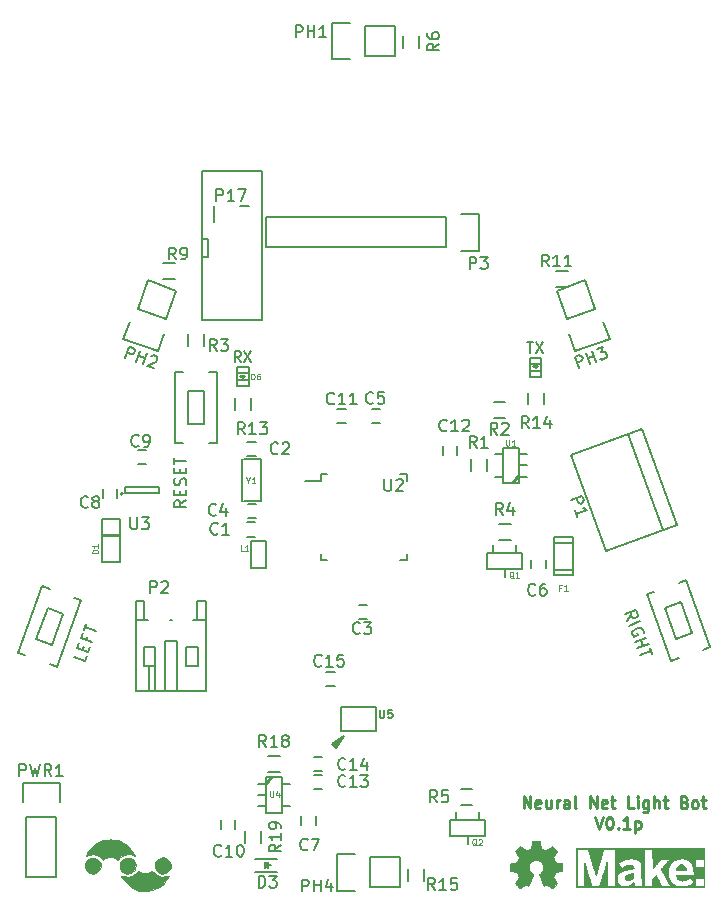
<source format=gbr>
G04 #@! TF.FileFunction,Legend,Top*
%FSLAX46Y46*%
G04 Gerber Fmt 4.6, Leading zero omitted, Abs format (unit mm)*
G04 Created by KiCad (PCBNEW 4.0.4-stable) date 10/29/17 10:31:43*
%MOMM*%
%LPD*%
G01*
G04 APERTURE LIST*
%ADD10C,0.100000*%
%ADD11C,0.250000*%
%ADD12C,0.150000*%
%ADD13C,0.127000*%
%ADD14C,0.010000*%
%ADD15C,0.125000*%
%ADD16C,0.170000*%
%ADD17C,0.119380*%
%ADD18C,0.114300*%
G04 APERTURE END LIST*
D10*
D11*
X157476189Y-115677381D02*
X157476189Y-114677381D01*
X158047618Y-115677381D01*
X158047618Y-114677381D01*
X158904761Y-115629762D02*
X158809523Y-115677381D01*
X158619046Y-115677381D01*
X158523808Y-115629762D01*
X158476189Y-115534524D01*
X158476189Y-115153571D01*
X158523808Y-115058333D01*
X158619046Y-115010714D01*
X158809523Y-115010714D01*
X158904761Y-115058333D01*
X158952380Y-115153571D01*
X158952380Y-115248810D01*
X158476189Y-115344048D01*
X159809523Y-115010714D02*
X159809523Y-115677381D01*
X159380951Y-115010714D02*
X159380951Y-115534524D01*
X159428570Y-115629762D01*
X159523808Y-115677381D01*
X159666666Y-115677381D01*
X159761904Y-115629762D01*
X159809523Y-115582143D01*
X160285713Y-115677381D02*
X160285713Y-115010714D01*
X160285713Y-115201190D02*
X160333332Y-115105952D01*
X160380951Y-115058333D01*
X160476189Y-115010714D01*
X160571428Y-115010714D01*
X161333333Y-115677381D02*
X161333333Y-115153571D01*
X161285714Y-115058333D01*
X161190476Y-115010714D01*
X160999999Y-115010714D01*
X160904761Y-115058333D01*
X161333333Y-115629762D02*
X161238095Y-115677381D01*
X160999999Y-115677381D01*
X160904761Y-115629762D01*
X160857142Y-115534524D01*
X160857142Y-115439286D01*
X160904761Y-115344048D01*
X160999999Y-115296429D01*
X161238095Y-115296429D01*
X161333333Y-115248810D01*
X161952380Y-115677381D02*
X161857142Y-115629762D01*
X161809523Y-115534524D01*
X161809523Y-114677381D01*
X163095238Y-115677381D02*
X163095238Y-114677381D01*
X163666667Y-115677381D01*
X163666667Y-114677381D01*
X164523810Y-115629762D02*
X164428572Y-115677381D01*
X164238095Y-115677381D01*
X164142857Y-115629762D01*
X164095238Y-115534524D01*
X164095238Y-115153571D01*
X164142857Y-115058333D01*
X164238095Y-115010714D01*
X164428572Y-115010714D01*
X164523810Y-115058333D01*
X164571429Y-115153571D01*
X164571429Y-115248810D01*
X164095238Y-115344048D01*
X164857143Y-115010714D02*
X165238095Y-115010714D01*
X165000000Y-114677381D02*
X165000000Y-115534524D01*
X165047619Y-115629762D01*
X165142857Y-115677381D01*
X165238095Y-115677381D01*
X166809525Y-115677381D02*
X166333334Y-115677381D01*
X166333334Y-114677381D01*
X167142858Y-115677381D02*
X167142858Y-115010714D01*
X167142858Y-114677381D02*
X167095239Y-114725000D01*
X167142858Y-114772619D01*
X167190477Y-114725000D01*
X167142858Y-114677381D01*
X167142858Y-114772619D01*
X168047620Y-115010714D02*
X168047620Y-115820238D01*
X168000001Y-115915476D01*
X167952382Y-115963095D01*
X167857143Y-116010714D01*
X167714286Y-116010714D01*
X167619048Y-115963095D01*
X168047620Y-115629762D02*
X167952382Y-115677381D01*
X167761905Y-115677381D01*
X167666667Y-115629762D01*
X167619048Y-115582143D01*
X167571429Y-115486905D01*
X167571429Y-115201190D01*
X167619048Y-115105952D01*
X167666667Y-115058333D01*
X167761905Y-115010714D01*
X167952382Y-115010714D01*
X168047620Y-115058333D01*
X168523810Y-115677381D02*
X168523810Y-114677381D01*
X168952382Y-115677381D02*
X168952382Y-115153571D01*
X168904763Y-115058333D01*
X168809525Y-115010714D01*
X168666667Y-115010714D01*
X168571429Y-115058333D01*
X168523810Y-115105952D01*
X169285715Y-115010714D02*
X169666667Y-115010714D01*
X169428572Y-114677381D02*
X169428572Y-115534524D01*
X169476191Y-115629762D01*
X169571429Y-115677381D01*
X169666667Y-115677381D01*
X171095240Y-115153571D02*
X171238097Y-115201190D01*
X171285716Y-115248810D01*
X171333335Y-115344048D01*
X171333335Y-115486905D01*
X171285716Y-115582143D01*
X171238097Y-115629762D01*
X171142859Y-115677381D01*
X170761906Y-115677381D01*
X170761906Y-114677381D01*
X171095240Y-114677381D01*
X171190478Y-114725000D01*
X171238097Y-114772619D01*
X171285716Y-114867857D01*
X171285716Y-114963095D01*
X171238097Y-115058333D01*
X171190478Y-115105952D01*
X171095240Y-115153571D01*
X170761906Y-115153571D01*
X171904763Y-115677381D02*
X171809525Y-115629762D01*
X171761906Y-115582143D01*
X171714287Y-115486905D01*
X171714287Y-115201190D01*
X171761906Y-115105952D01*
X171809525Y-115058333D01*
X171904763Y-115010714D01*
X172047621Y-115010714D01*
X172142859Y-115058333D01*
X172190478Y-115105952D01*
X172238097Y-115201190D01*
X172238097Y-115486905D01*
X172190478Y-115582143D01*
X172142859Y-115629762D01*
X172047621Y-115677381D01*
X171904763Y-115677381D01*
X172523811Y-115010714D02*
X172904763Y-115010714D01*
X172666668Y-114677381D02*
X172666668Y-115534524D01*
X172714287Y-115629762D01*
X172809525Y-115677381D01*
X172904763Y-115677381D01*
X163523810Y-116427381D02*
X163857143Y-117427381D01*
X164190477Y-116427381D01*
X164714286Y-116427381D02*
X164809525Y-116427381D01*
X164904763Y-116475000D01*
X164952382Y-116522619D01*
X165000001Y-116617857D01*
X165047620Y-116808333D01*
X165047620Y-117046429D01*
X165000001Y-117236905D01*
X164952382Y-117332143D01*
X164904763Y-117379762D01*
X164809525Y-117427381D01*
X164714286Y-117427381D01*
X164619048Y-117379762D01*
X164571429Y-117332143D01*
X164523810Y-117236905D01*
X164476191Y-117046429D01*
X164476191Y-116808333D01*
X164523810Y-116617857D01*
X164571429Y-116522619D01*
X164619048Y-116475000D01*
X164714286Y-116427381D01*
X165476191Y-117332143D02*
X165523810Y-117379762D01*
X165476191Y-117427381D01*
X165428572Y-117379762D01*
X165476191Y-117332143D01*
X165476191Y-117427381D01*
X166476191Y-117427381D02*
X165904762Y-117427381D01*
X166190476Y-117427381D02*
X166190476Y-116427381D01*
X166095238Y-116570238D01*
X166000000Y-116665476D01*
X165904762Y-116713095D01*
X166904762Y-116760714D02*
X166904762Y-117760714D01*
X166904762Y-116808333D02*
X167000000Y-116760714D01*
X167190477Y-116760714D01*
X167285715Y-116808333D01*
X167333334Y-116855952D01*
X167380953Y-116951190D01*
X167380953Y-117236905D01*
X167333334Y-117332143D01*
X167285715Y-117379762D01*
X167190477Y-117427381D01*
X167000000Y-117427381D01*
X166904762Y-117379762D01*
D12*
X134760000Y-92680000D02*
X134060000Y-92680000D01*
X134060000Y-91480000D02*
X134760000Y-91480000D01*
X134800000Y-85830000D02*
X134100000Y-85830000D01*
X134100000Y-84630000D02*
X134800000Y-84630000D01*
X143560000Y-98430000D02*
X144260000Y-98430000D01*
X144260000Y-99630000D02*
X143560000Y-99630000D01*
X134810000Y-91120000D02*
X134110000Y-91120000D01*
X134110000Y-89920000D02*
X134810000Y-89920000D01*
X144650000Y-81850000D02*
X145350000Y-81850000D01*
X145350000Y-83050000D02*
X144650000Y-83050000D01*
X158140000Y-95370000D02*
X158140000Y-94670000D01*
X159340000Y-94670000D02*
X159340000Y-95370000D01*
X139870000Y-116370000D02*
X139870000Y-117070000D01*
X138670000Y-117070000D02*
X138670000Y-116370000D01*
X121880000Y-89370000D02*
X121880000Y-88670000D01*
X123080000Y-88670000D02*
X123080000Y-89370000D01*
X124820000Y-85370000D02*
X125520000Y-85370000D01*
X125520000Y-86570000D02*
X124820000Y-86570000D01*
X133070000Y-116710000D02*
X133070000Y-117410000D01*
X131870000Y-117410000D02*
X131870000Y-116710000D01*
X142410000Y-83050000D02*
X141710000Y-83050000D01*
X141710000Y-81850000D02*
X142410000Y-81850000D01*
X150640000Y-85740000D02*
X150640000Y-85040000D01*
X151840000Y-85040000D02*
X151840000Y-85740000D01*
X140450000Y-114050000D02*
X139750000Y-114050000D01*
X139750000Y-112850000D02*
X140450000Y-112850000D01*
X140450000Y-112550000D02*
X139750000Y-112550000D01*
X139750000Y-111350000D02*
X140450000Y-111350000D01*
X141470000Y-105300000D02*
X140770000Y-105300000D01*
X140770000Y-104100000D02*
X141470000Y-104100000D01*
X134710700Y-121040000D02*
X136610700Y-121040000D01*
X134710700Y-119940000D02*
X136610700Y-119940000D01*
X135610700Y-120490000D02*
X136060700Y-120490000D01*
X135560700Y-120240000D02*
X135560700Y-120740000D01*
X135560700Y-120490000D02*
X135810700Y-120240000D01*
X135810700Y-120240000D02*
X135810700Y-120740000D01*
X135810700Y-120740000D02*
X135560700Y-120490000D01*
D13*
X133199620Y-79449720D02*
X134200380Y-79449720D01*
X134200380Y-78850280D02*
X133199620Y-78850280D01*
X133600940Y-79150000D02*
X133799060Y-79150000D01*
X133900660Y-79050940D02*
X133499340Y-79050940D01*
X133499340Y-79050940D02*
X133700000Y-79249060D01*
X133700000Y-79249060D02*
X133900660Y-79050940D01*
X134200380Y-78349900D02*
X134200380Y-79950100D01*
X134200380Y-79950100D02*
X133199620Y-79950100D01*
X133199620Y-79950100D02*
X133199620Y-78349900D01*
X133199620Y-78349900D02*
X134200380Y-78349900D01*
X157989620Y-78639720D02*
X158990380Y-78639720D01*
X158990380Y-78040280D02*
X157989620Y-78040280D01*
X158390940Y-78340000D02*
X158589060Y-78340000D01*
X158690660Y-78240940D02*
X158289340Y-78240940D01*
X158289340Y-78240940D02*
X158490000Y-78439060D01*
X158490000Y-78439060D02*
X158690660Y-78240940D01*
X158990380Y-77539900D02*
X158990380Y-79140100D01*
X158990380Y-79140100D02*
X157989620Y-79140100D01*
X157989620Y-79140100D02*
X157989620Y-77539900D01*
X157989620Y-77539900D02*
X158990380Y-77539900D01*
X161662800Y-93207000D02*
X160037200Y-93207000D01*
X160037200Y-95493000D02*
X161662800Y-95493000D01*
X160037200Y-95950200D02*
X161662800Y-95950200D01*
X161662800Y-95950200D02*
X161662800Y-92749800D01*
X161662800Y-92749800D02*
X160037200Y-92749800D01*
X160037200Y-92749800D02*
X160037200Y-95950200D01*
X134355000Y-95323000D02*
X134355000Y-93037000D01*
X134355000Y-93037000D02*
X135625000Y-93037000D01*
X135625000Y-93037000D02*
X135625000Y-95323000D01*
X135625000Y-95323000D02*
X134355000Y-95323000D01*
D12*
X170475334Y-91712860D02*
X167499759Y-83537535D01*
X164456603Y-93903499D02*
X161481028Y-85728174D01*
X161481028Y-85728174D02*
X167499759Y-83537535D01*
X166343937Y-83958219D02*
X169319513Y-92133545D01*
X170475334Y-91712860D02*
X164456603Y-93903499D01*
X150920000Y-68200000D02*
X135680000Y-68200000D01*
X135680000Y-68200000D02*
X135680000Y-65660000D01*
X135680000Y-65660000D02*
X150920000Y-65660000D01*
X153740000Y-68480000D02*
X152190000Y-68480000D01*
X150920000Y-68200000D02*
X150920000Y-65660000D01*
X152190000Y-65380000D02*
X153740000Y-65380000D01*
X153740000Y-65380000D02*
X153740000Y-68480000D01*
D13*
X151792714Y-116663818D02*
X151792714Y-116003418D01*
X153697714Y-116663818D02*
X153697714Y-116003418D01*
X152745214Y-118060818D02*
X152745214Y-118721218D01*
X154243814Y-118060818D02*
X151246614Y-118060818D01*
X151246614Y-118060818D02*
X151246614Y-116663818D01*
X151246614Y-116663818D02*
X154243814Y-116663818D01*
X154243814Y-116663818D02*
X154243814Y-118060818D01*
D12*
X154365000Y-86140000D02*
X154365000Y-87140000D01*
X153015000Y-87140000D02*
X153015000Y-86140000D01*
X154940000Y-81315000D02*
X155940000Y-81315000D01*
X155940000Y-82665000D02*
X154940000Y-82665000D01*
X129075000Y-76550000D02*
X129075000Y-75550000D01*
X130425000Y-75550000D02*
X130425000Y-76550000D01*
X156380000Y-92955000D02*
X155380000Y-92955000D01*
X155380000Y-91605000D02*
X156380000Y-91605000D01*
X152150000Y-114075000D02*
X153150000Y-114075000D01*
X153150000Y-115425000D02*
X152150000Y-115425000D01*
X147275000Y-51270000D02*
X147275000Y-50270000D01*
X148625000Y-50270000D02*
X148625000Y-51270000D01*
X144080000Y-49440000D02*
X146620000Y-49440000D01*
X141260000Y-49160000D02*
X142810000Y-49160000D01*
X144080000Y-49440000D02*
X144080000Y-51980000D01*
X142810000Y-52260000D02*
X141260000Y-52260000D01*
X141260000Y-52260000D02*
X141260000Y-49160000D01*
X144080000Y-51980000D02*
X146620000Y-51980000D01*
X146620000Y-51980000D02*
X146620000Y-49440000D01*
X124822225Y-73372225D02*
X125690956Y-70985406D01*
X123594614Y-75926392D02*
X124124745Y-74469869D01*
X124822225Y-73372225D02*
X127209044Y-74240956D01*
X127037793Y-75530131D02*
X126507661Y-76986655D01*
X126507661Y-76986655D02*
X123594614Y-75926392D01*
X127209044Y-74240956D02*
X128077775Y-71854137D01*
X128077775Y-71854137D02*
X125690956Y-70985406D01*
X127950000Y-70875000D02*
X126950000Y-70875000D01*
X126950000Y-69525000D02*
X127950000Y-69525000D01*
X161140956Y-74240956D02*
X160272225Y-71854137D01*
X161842339Y-76986655D02*
X161312207Y-75530131D01*
X161140956Y-74240956D02*
X163527775Y-73372225D01*
X164225255Y-74469869D02*
X164755386Y-75926392D01*
X164755386Y-75926392D02*
X161842339Y-76986655D01*
X163527775Y-73372225D02*
X162659044Y-70985406D01*
X162659044Y-70985406D02*
X160272225Y-71854137D01*
X161240000Y-71555000D02*
X160240000Y-71555000D01*
X160240000Y-70205000D02*
X161240000Y-70205000D01*
X144510000Y-119840000D02*
X147050000Y-119840000D01*
X141690000Y-119560000D02*
X143240000Y-119560000D01*
X144510000Y-119840000D02*
X144510000Y-122380000D01*
X143240000Y-122660000D02*
X141690000Y-122660000D01*
X141690000Y-122660000D02*
X141690000Y-119560000D01*
X144510000Y-122380000D02*
X147050000Y-122380000D01*
X147050000Y-122380000D02*
X147050000Y-119840000D01*
X134375000Y-80950000D02*
X134375000Y-81950000D01*
X133025000Y-81950000D02*
X133025000Y-80950000D01*
X159215000Y-80480000D02*
X159215000Y-81480000D01*
X157865000Y-81480000D02*
X157865000Y-80480000D01*
X149015000Y-120810000D02*
X149015000Y-121810000D01*
X147665000Y-121810000D02*
X147665000Y-120810000D01*
X133895000Y-118620000D02*
X133895000Y-117620000D01*
X135245000Y-117620000D02*
X135245000Y-118620000D01*
X170778957Y-98245016D02*
X171736613Y-100876156D01*
X171736613Y-100876156D02*
X170421043Y-101354984D01*
X170421043Y-101354984D02*
X169463387Y-98723844D01*
X169463387Y-98723844D02*
X170778957Y-98245016D01*
X173270523Y-102020543D02*
X172659722Y-102242856D01*
X169981598Y-103217613D02*
X170592399Y-102995300D01*
X168540278Y-97357144D02*
X167929477Y-97579457D01*
X171218402Y-96382387D02*
X170607601Y-96604700D01*
X173270523Y-102020543D02*
X171218402Y-96382387D01*
X167929477Y-97579457D02*
X169981598Y-103217613D01*
X116223387Y-101356156D02*
X117181043Y-98725016D01*
X117181043Y-98725016D02*
X118496613Y-99203844D01*
X118496613Y-99203844D02*
X117538957Y-101834984D01*
X117538957Y-101834984D02*
X116223387Y-101356156D01*
X116741598Y-96862387D02*
X117352399Y-97084700D01*
X120030523Y-98059457D02*
X119419722Y-97837144D01*
X117367601Y-103475300D02*
X117978402Y-103697613D01*
X114689477Y-102500543D02*
X115300278Y-102722856D01*
X116741598Y-96862387D02*
X114689477Y-102500543D01*
X117978402Y-103697613D02*
X120030523Y-98059457D01*
X130450000Y-80350000D02*
X130450000Y-83150000D01*
X130450000Y-83150000D02*
X129050000Y-83150000D01*
X129050000Y-83150000D02*
X129050000Y-80350000D01*
X129050000Y-80350000D02*
X130450000Y-80350000D01*
X131500000Y-84750000D02*
X130850000Y-84750000D01*
X128000000Y-84750000D02*
X128650000Y-84750000D01*
X128650000Y-78750000D02*
X128000000Y-78750000D01*
X131500000Y-78750000D02*
X130850000Y-78750000D01*
X131500000Y-84750000D02*
X131500000Y-78750000D01*
X128000000Y-78750000D02*
X128000000Y-84750000D01*
D13*
X157108500Y-87500900D02*
X156460800Y-88148600D01*
X157108500Y-87653300D02*
X156613200Y-88148600D01*
X155711500Y-85697500D02*
X155051100Y-85697500D01*
X155711500Y-87602500D02*
X155051100Y-87602500D01*
X157108500Y-86650000D02*
X157768900Y-86650000D01*
X157108500Y-85697500D02*
X157768900Y-85697500D01*
X157108500Y-87602500D02*
X157768900Y-87602500D01*
X155711500Y-88148600D02*
X155711500Y-85151400D01*
X155711500Y-85151400D02*
X157108500Y-85151400D01*
X157108500Y-85151400D02*
X157108500Y-88148600D01*
X157108500Y-88148600D02*
X155711500Y-88148600D01*
D12*
X140325000Y-87405000D02*
X140325000Y-87930000D01*
X147575000Y-87405000D02*
X147575000Y-87930000D01*
X147575000Y-94655000D02*
X147575000Y-94130000D01*
X140325000Y-94655000D02*
X140325000Y-94130000D01*
X140325000Y-87405000D02*
X140850000Y-87405000D01*
X140325000Y-94655000D02*
X140850000Y-94655000D01*
X147575000Y-94655000D02*
X147050000Y-94655000D01*
X147575000Y-87405000D02*
X147050000Y-87405000D01*
X140325000Y-87930000D02*
X138950000Y-87930000D01*
X123550000Y-89050000D02*
G75*
G03X123550000Y-89050000I-100000J0D01*
G01*
X123700000Y-88500000D02*
X123700000Y-89000000D01*
X126600000Y-88500000D02*
X123700000Y-88500000D01*
X126600000Y-89000000D02*
X126600000Y-88500000D01*
X123700000Y-89000000D02*
X126600000Y-89000000D01*
D13*
X135641500Y-113699100D02*
X136289200Y-113051400D01*
X135641500Y-113546700D02*
X136136800Y-113051400D01*
X137038500Y-115502500D02*
X137698900Y-115502500D01*
X137038500Y-113597500D02*
X137698900Y-113597500D01*
X135641500Y-114550000D02*
X134981100Y-114550000D01*
X135641500Y-115502500D02*
X134981100Y-115502500D01*
X135641500Y-113597500D02*
X134981100Y-113597500D01*
X137038500Y-113051400D02*
X137038500Y-116048600D01*
X137038500Y-116048600D02*
X135641500Y-116048600D01*
X135641500Y-116048600D02*
X135641500Y-113051400D01*
X135641500Y-113051400D02*
X137038500Y-113051400D01*
D12*
X144980000Y-107110000D02*
X141980000Y-107110000D01*
X141980000Y-107110000D02*
X141980000Y-109110000D01*
X141980000Y-109110000D02*
X144980000Y-109110000D01*
X144980000Y-109110000D02*
X144980000Y-107110000D01*
X142280000Y-109560000D02*
X141530000Y-110510000D01*
X142280000Y-109560000D02*
X141330000Y-110310000D01*
X141255000Y-110235000D02*
X141605000Y-110585000D01*
X141605000Y-110585000D02*
X142280000Y-109560000D01*
X142280000Y-109560000D02*
X141255000Y-110235000D01*
X142280000Y-109560000D02*
X141430000Y-110410000D01*
X133670000Y-89670000D02*
X133670000Y-86070000D01*
X133770000Y-86070000D02*
X135270000Y-86070000D01*
X135270000Y-86070000D02*
X135270000Y-89670000D01*
X135270000Y-89670000D02*
X133770000Y-89670000D01*
D13*
X121739900Y-92655900D02*
X123340100Y-92655900D01*
X123340100Y-92582900D02*
X121739900Y-92582900D01*
X121739900Y-92509900D02*
X123340100Y-92509900D01*
X121739900Y-91155800D02*
X121739900Y-94864200D01*
X121739900Y-94864200D02*
X123340100Y-94864200D01*
X123340100Y-94864200D02*
X123340100Y-91155800D01*
X123340100Y-91155800D02*
X121739900Y-91155800D01*
D12*
X115380000Y-116380000D02*
X115380000Y-121460000D01*
X115380000Y-121460000D02*
X117920000Y-121460000D01*
X117920000Y-121460000D02*
X117920000Y-116380000D01*
X118200000Y-113560000D02*
X118200000Y-115110000D01*
X117920000Y-116380000D02*
X115380000Y-116380000D01*
X115100000Y-115110000D02*
X115100000Y-113560000D01*
X115100000Y-113560000D02*
X118200000Y-113560000D01*
X136810000Y-112605000D02*
X135810000Y-112605000D01*
X135810000Y-111255000D02*
X136810000Y-111255000D01*
X127100000Y-105750000D02*
X127100000Y-101500000D01*
X127100000Y-101500000D02*
X128100000Y-101500000D01*
X128100000Y-101500000D02*
X128100000Y-105750000D01*
X125700000Y-99750000D02*
X125350000Y-99750000D01*
X125350000Y-99750000D02*
X125350000Y-98150000D01*
X125350000Y-98150000D02*
X124650000Y-98150000D01*
X124650000Y-98150000D02*
X124650000Y-105750000D01*
X124650000Y-105750000D02*
X130550000Y-105750000D01*
X130550000Y-105750000D02*
X130550000Y-98150000D01*
X130550000Y-98150000D02*
X129850000Y-98150000D01*
X129850000Y-98150000D02*
X129850000Y-99750000D01*
X129850000Y-99750000D02*
X129500000Y-99750000D01*
X124650000Y-99750000D02*
X125350000Y-99750000D01*
X130550000Y-99750000D02*
X129850000Y-99750000D01*
X125300000Y-102000000D02*
X125300000Y-103600000D01*
X125300000Y-103600000D02*
X126300000Y-103600000D01*
X126300000Y-103600000D02*
X126300000Y-102000000D01*
X126300000Y-102000000D02*
X125300000Y-102000000D01*
X129900000Y-102000000D02*
X129900000Y-103600000D01*
X129900000Y-103600000D02*
X128900000Y-103600000D01*
X128900000Y-103600000D02*
X128900000Y-102000000D01*
X128900000Y-102000000D02*
X129900000Y-102000000D01*
X126300000Y-103600000D02*
X126300000Y-105750000D01*
X125800000Y-103600000D02*
X125800000Y-105750000D01*
X127500000Y-99750000D02*
X127700000Y-99750000D01*
D14*
G36*
X172768666Y-122329833D02*
X161952500Y-122329833D01*
X161952500Y-119091333D01*
X161973666Y-119091333D01*
X161973666Y-122245167D01*
X162608666Y-122245167D01*
X162610140Y-121234458D01*
X162610572Y-121001905D01*
X162611199Y-120808639D01*
X162612128Y-120651613D01*
X162613466Y-120527780D01*
X162615320Y-120434095D01*
X162617797Y-120367510D01*
X162621005Y-120324978D01*
X162625049Y-120303455D01*
X162630037Y-120299892D01*
X162636076Y-120311243D01*
X162641898Y-120329583D01*
X162681820Y-120470722D01*
X162724504Y-120624247D01*
X162759671Y-120752917D01*
X162782565Y-120829736D01*
X162808035Y-120904697D01*
X162810641Y-120911667D01*
X162827220Y-120959103D01*
X162852938Y-121037100D01*
X162884581Y-121135725D01*
X162918932Y-121245049D01*
X162927137Y-121271500D01*
X162968564Y-121404141D01*
X163014731Y-121549926D01*
X163059807Y-121690550D01*
X163095645Y-121800667D01*
X163130190Y-121906951D01*
X163162626Y-122009070D01*
X163188994Y-122094423D01*
X163203745Y-122144625D01*
X163231742Y-122245167D01*
X163873530Y-122245167D01*
X163894940Y-122186958D01*
X163910576Y-122140875D01*
X163934208Y-122067077D01*
X163961748Y-121978423D01*
X163973983Y-121938250D01*
X164001733Y-121848116D01*
X164027203Y-121768183D01*
X164046407Y-121710848D01*
X164051946Y-121695717D01*
X164066879Y-121655048D01*
X164088083Y-121592941D01*
X164117089Y-121504730D01*
X164155432Y-121385749D01*
X164204644Y-121231332D01*
X164208691Y-121218583D01*
X164237703Y-121128934D01*
X164265717Y-121045313D01*
X164287463Y-120983390D01*
X164290529Y-120975167D01*
X164314419Y-120905947D01*
X164338945Y-120825825D01*
X164344538Y-120805833D01*
X164368133Y-120720864D01*
X164393518Y-120631866D01*
X164398331Y-120615333D01*
X164427615Y-120511580D01*
X164455611Y-120405977D01*
X164479261Y-120310634D01*
X164495506Y-120237664D01*
X164499923Y-120213167D01*
X164501544Y-120223057D01*
X164503168Y-120271512D01*
X164504753Y-120354761D01*
X164506260Y-120469037D01*
X164507645Y-120610570D01*
X164508868Y-120775591D01*
X164509888Y-120960330D01*
X164510662Y-121161020D01*
X164510784Y-121202708D01*
X164513666Y-122245167D01*
X165191000Y-122245167D01*
X165191000Y-121585574D01*
X165359905Y-121585574D01*
X165360113Y-121709074D01*
X165372984Y-121826681D01*
X165398384Y-121923009D01*
X165402870Y-121933781D01*
X165438590Y-121994117D01*
X165492131Y-122061507D01*
X165554501Y-122127028D01*
X165616710Y-122181754D01*
X165669767Y-122216762D01*
X165695997Y-122224750D01*
X165739670Y-122235460D01*
X165783666Y-122255750D01*
X165841206Y-122273952D01*
X165927554Y-122284129D01*
X166029963Y-122286322D01*
X166135683Y-122280573D01*
X166231967Y-122266925D01*
X166282604Y-122254110D01*
X166463462Y-122182887D01*
X166610883Y-122096377D01*
X166685405Y-122034319D01*
X166771980Y-121950289D01*
X166798329Y-122097728D01*
X166824677Y-122245167D01*
X167524872Y-122245167D01*
X167510392Y-122165792D01*
X167494819Y-122073355D01*
X167482473Y-121981440D01*
X167473003Y-121883561D01*
X167466057Y-121773232D01*
X167461285Y-121643968D01*
X167458335Y-121489280D01*
X167456855Y-121302685D01*
X167456525Y-121171387D01*
X167456001Y-120982596D01*
X167454722Y-120831202D01*
X167452456Y-120712271D01*
X167448966Y-120620869D01*
X167444018Y-120552061D01*
X167437378Y-120500915D01*
X167428809Y-120462497D01*
X167421767Y-120441137D01*
X167381785Y-120339541D01*
X167347872Y-120266526D01*
X167313574Y-120210232D01*
X167272437Y-120158802D01*
X167261465Y-120146563D01*
X167152264Y-120056385D01*
X167013497Y-119988822D01*
X166851201Y-119943584D01*
X166671413Y-119920380D01*
X166480169Y-119918923D01*
X166283507Y-119938922D01*
X166087464Y-119980088D01*
X165898076Y-120042131D01*
X165721379Y-120124762D01*
X165563411Y-120227691D01*
X165563011Y-120228000D01*
X165507012Y-120273703D01*
X165466417Y-120311524D01*
X165451566Y-120330541D01*
X165459404Y-120360369D01*
X165487014Y-120398448D01*
X165517832Y-120438372D01*
X165529666Y-120466281D01*
X165541972Y-120487579D01*
X165546269Y-120488333D01*
X165567392Y-120504696D01*
X165595950Y-120544363D01*
X165597647Y-120547203D01*
X165635017Y-120602430D01*
X165682911Y-120663672D01*
X165692608Y-120675005D01*
X165731342Y-120716909D01*
X165756072Y-120730398D01*
X165780034Y-120719459D01*
X165795843Y-120706094D01*
X165912824Y-120623799D01*
X166060041Y-120552440D01*
X166225830Y-120496930D01*
X166362594Y-120467460D01*
X166451551Y-120455878D01*
X166517838Y-120455987D01*
X166579663Y-120468483D01*
X166606219Y-120476771D01*
X166685966Y-120512570D01*
X166734943Y-120562405D01*
X166762816Y-120637940D01*
X166769576Y-120673859D01*
X166782615Y-120755399D01*
X166574182Y-120781748D01*
X166343671Y-120817888D01*
X166133449Y-120864816D01*
X165948365Y-120920943D01*
X165793269Y-120984681D01*
X165673009Y-121054442D01*
X165626331Y-121092126D01*
X165585368Y-121126701D01*
X165557555Y-121144143D01*
X165555034Y-121144644D01*
X165533051Y-121161919D01*
X165498717Y-121206577D01*
X165458866Y-121268267D01*
X165420334Y-121336635D01*
X165398023Y-121382439D01*
X165372497Y-121471567D01*
X165359905Y-121585574D01*
X165191000Y-121585574D01*
X165191000Y-119091333D01*
X167688666Y-119091333D01*
X167688666Y-122245167D01*
X168387166Y-122245167D01*
X168388506Y-121641917D01*
X168522120Y-121491270D01*
X168655735Y-121340624D01*
X168695027Y-121417187D01*
X168726376Y-121474633D01*
X168753960Y-121519389D01*
X168758340Y-121525500D01*
X168782027Y-121566258D01*
X168808170Y-121623917D01*
X168811103Y-121631333D01*
X168833064Y-121682367D01*
X168850498Y-121713559D01*
X168852775Y-121716000D01*
X168861420Y-121726375D01*
X168876045Y-121750043D01*
X168899269Y-121791847D01*
X168933709Y-121856632D01*
X168981982Y-121949241D01*
X169046708Y-122074519D01*
X169050113Y-122081125D01*
X169134653Y-122245167D01*
X169501743Y-122245167D01*
X169621082Y-122244590D01*
X169724210Y-122242989D01*
X169804322Y-122240562D01*
X169854612Y-122237503D01*
X169868833Y-122234594D01*
X169859317Y-122209385D01*
X169835435Y-122160649D01*
X169804185Y-122101403D01*
X169772562Y-122044669D01*
X169747566Y-122003465D01*
X169737865Y-121990915D01*
X169719483Y-121964623D01*
X169701423Y-121927236D01*
X169678321Y-121879542D01*
X169642555Y-121813543D01*
X169616819Y-121768917D01*
X169574423Y-121694898D01*
X169523903Y-121603169D01*
X169476898Y-121514917D01*
X169429229Y-121425352D01*
X169378881Y-121333742D01*
X169337328Y-121260917D01*
X169299192Y-121193928D01*
X169267915Y-121135026D01*
X169255315Y-121108487D01*
X169249079Y-121096048D01*
X169678855Y-121096048D01*
X169680579Y-121261903D01*
X169695741Y-121410451D01*
X169710491Y-121481302D01*
X169781479Y-121690574D01*
X169876753Y-121866118D01*
X169998373Y-122010233D01*
X170148396Y-122125221D01*
X170328883Y-122213382D01*
X170383266Y-122232938D01*
X170450935Y-122253891D01*
X170514632Y-122268409D01*
X170584839Y-122277691D01*
X170672037Y-122282938D01*
X170786708Y-122285348D01*
X170845034Y-122285801D01*
X170977954Y-122285469D01*
X171078572Y-122282183D01*
X171156871Y-122275016D01*
X171222835Y-122263044D01*
X171286446Y-122245341D01*
X171288514Y-122244683D01*
X171370583Y-122215995D01*
X171458612Y-122181296D01*
X171542489Y-122145060D01*
X171612104Y-122111764D01*
X171657347Y-122085884D01*
X171668000Y-122076686D01*
X171691849Y-122057268D01*
X171737099Y-122028120D01*
X171747375Y-122022050D01*
X171792383Y-121987731D01*
X171815392Y-121954265D01*
X171816166Y-121948847D01*
X171805343Y-121916471D01*
X171777432Y-121860947D01*
X171739270Y-121794051D01*
X171697694Y-121727561D01*
X171659541Y-121673251D01*
X171647648Y-121658587D01*
X171622268Y-121620317D01*
X171601011Y-121579212D01*
X171594470Y-121567833D01*
X171985500Y-121567833D01*
X171985500Y-122245167D01*
X172726333Y-122245167D01*
X172726333Y-121567833D01*
X171985500Y-121567833D01*
X171594470Y-121567833D01*
X171577602Y-121538494D01*
X171552245Y-121529782D01*
X171514673Y-121552996D01*
X171486184Y-121578322D01*
X171396672Y-121642920D01*
X171278576Y-121702435D01*
X171145644Y-121751845D01*
X171011627Y-121786124D01*
X170890273Y-121800250D01*
X170878508Y-121800358D01*
X170794277Y-121791664D01*
X170704784Y-121769446D01*
X170626011Y-121738707D01*
X170574724Y-121705248D01*
X170535633Y-121671241D01*
X170517151Y-121658259D01*
X170489641Y-121626719D01*
X170456012Y-121568109D01*
X170422653Y-121495801D01*
X170395954Y-121423168D01*
X170385198Y-121382117D01*
X170371541Y-121313833D01*
X171885911Y-121313833D01*
X171872098Y-121128625D01*
X171845469Y-120885084D01*
X171804024Y-120676590D01*
X171746644Y-120498134D01*
X171714629Y-120424833D01*
X171665449Y-120342882D01*
X171596033Y-120253608D01*
X171516440Y-120167773D01*
X171436731Y-120096138D01*
X171366964Y-120049462D01*
X171361083Y-120046655D01*
X171302103Y-120018845D01*
X171255250Y-119995407D01*
X171189915Y-119970960D01*
X171141008Y-119959167D01*
X171985500Y-119959167D01*
X171985500Y-120657667D01*
X172726333Y-120657667D01*
X172726333Y-119959167D01*
X171985500Y-119959167D01*
X171141008Y-119959167D01*
X171096525Y-119948441D01*
X170989353Y-119930449D01*
X170882672Y-119919583D01*
X170827938Y-119917577D01*
X170655307Y-119931576D01*
X170472763Y-119972508D01*
X170298918Y-120036024D01*
X170276371Y-120046453D01*
X170186646Y-120097827D01*
X170090933Y-120166674D01*
X169999718Y-120244003D01*
X169923491Y-120320822D01*
X169872740Y-120388139D01*
X169868246Y-120396330D01*
X169841535Y-120442230D01*
X169820524Y-120468831D01*
X169820313Y-120468990D01*
X169805703Y-120493636D01*
X169782158Y-120547767D01*
X169754229Y-120620738D01*
X169747927Y-120638323D01*
X169713167Y-120769889D01*
X169689931Y-120927253D01*
X169678855Y-121096048D01*
X169249079Y-121096048D01*
X169231609Y-121061207D01*
X169196454Y-121000131D01*
X169184924Y-120981487D01*
X169139526Y-120903315D01*
X169119585Y-120847779D01*
X169123698Y-120804795D01*
X169150463Y-120764279D01*
X169154126Y-120760199D01*
X169191865Y-120717904D01*
X169245792Y-120656319D01*
X169304610Y-120588349D01*
X169307916Y-120584503D01*
X169361731Y-120522095D01*
X169406463Y-120470615D01*
X169433517Y-120439950D01*
X169435484Y-120437794D01*
X169458002Y-120412212D01*
X169500774Y-120362683D01*
X169556640Y-120297518D01*
X169592506Y-120255500D01*
X169654489Y-120183683D01*
X169709560Y-120121523D01*
X169749764Y-120077921D01*
X169762740Y-120065000D01*
X169797962Y-120022023D01*
X169811429Y-119996208D01*
X169813659Y-119982854D01*
X169805244Y-119973149D01*
X169780637Y-119966518D01*
X169734288Y-119962383D01*
X169660649Y-119960166D01*
X169554173Y-119959290D01*
X169455419Y-119959166D01*
X169320993Y-119958820D01*
X169221135Y-119959749D01*
X169148109Y-119964905D01*
X169094184Y-119977238D01*
X169051625Y-119999701D01*
X169012699Y-120035243D01*
X168969673Y-120086818D01*
X168914812Y-120157374D01*
X168905750Y-120168932D01*
X168850926Y-120237756D01*
X168802016Y-120297609D01*
X168768172Y-120337323D01*
X168764188Y-120341684D01*
X168733262Y-120376836D01*
X168685772Y-120433111D01*
X168631707Y-120498661D01*
X168628874Y-120502137D01*
X168577040Y-120565269D01*
X168533557Y-120617320D01*
X168507147Y-120647861D01*
X168505852Y-120649255D01*
X168475409Y-120683150D01*
X168440083Y-120724096D01*
X168397750Y-120774083D01*
X168386680Y-119091333D01*
X167688666Y-119091333D01*
X165191000Y-119091333D01*
X164242641Y-119091333D01*
X164217450Y-119160125D01*
X164199016Y-119216067D01*
X164175326Y-119295410D01*
X164152572Y-119377083D01*
X164126496Y-119473093D01*
X164098856Y-119572796D01*
X164079338Y-119641667D01*
X164057918Y-119717387D01*
X164030562Y-119816020D01*
X164002247Y-119919572D01*
X163994398Y-119948583D01*
X163966704Y-120050144D01*
X163938411Y-120152118D01*
X163914521Y-120236512D01*
X163909024Y-120255500D01*
X163886644Y-120333064D01*
X163866525Y-120404269D01*
X163857963Y-120435417D01*
X163839053Y-120503897D01*
X163812135Y-120599077D01*
X163781178Y-120707055D01*
X163750152Y-120813927D01*
X163740108Y-120848167D01*
X163717130Y-120926283D01*
X163690424Y-121017118D01*
X163677870Y-121059833D01*
X163654926Y-121141794D01*
X163634385Y-121221588D01*
X163626269Y-121256464D01*
X163609484Y-121321239D01*
X163594583Y-121344381D01*
X163578972Y-121326355D01*
X163560231Y-121268269D01*
X163523899Y-121140189D01*
X163486192Y-121016546D01*
X163452071Y-120913447D01*
X163443852Y-120890500D01*
X163422212Y-120823618D01*
X163399623Y-120742187D01*
X163391833Y-120710583D01*
X163371179Y-120630995D01*
X163348343Y-120554841D01*
X163340077Y-120530667D01*
X163299999Y-120418023D01*
X163270402Y-120328326D01*
X163246058Y-120245210D01*
X163231878Y-120192000D01*
X163211665Y-120118556D01*
X163183340Y-120021393D01*
X163151776Y-119917084D01*
X163138527Y-119874500D01*
X163102454Y-119758173D01*
X163062981Y-119628537D01*
X163027316Y-119509317D01*
X163019545Y-119482917D01*
X162992064Y-119389141D01*
X162966538Y-119302080D01*
X162947108Y-119235857D01*
X162941961Y-119218333D01*
X162925513Y-119161615D01*
X162914056Y-119120794D01*
X162913258Y-119117792D01*
X162900513Y-119108651D01*
X162865001Y-119101703D01*
X162802702Y-119096723D01*
X162709596Y-119093486D01*
X162581664Y-119091768D01*
X162439997Y-119091333D01*
X161973666Y-119091333D01*
X161952500Y-119091333D01*
X161952500Y-119070167D01*
X172768666Y-119070167D01*
X172768666Y-122329833D01*
X172768666Y-122329833D01*
G37*
X172768666Y-122329833D02*
X161952500Y-122329833D01*
X161952500Y-119091333D01*
X161973666Y-119091333D01*
X161973666Y-122245167D01*
X162608666Y-122245167D01*
X162610140Y-121234458D01*
X162610572Y-121001905D01*
X162611199Y-120808639D01*
X162612128Y-120651613D01*
X162613466Y-120527780D01*
X162615320Y-120434095D01*
X162617797Y-120367510D01*
X162621005Y-120324978D01*
X162625049Y-120303455D01*
X162630037Y-120299892D01*
X162636076Y-120311243D01*
X162641898Y-120329583D01*
X162681820Y-120470722D01*
X162724504Y-120624247D01*
X162759671Y-120752917D01*
X162782565Y-120829736D01*
X162808035Y-120904697D01*
X162810641Y-120911667D01*
X162827220Y-120959103D01*
X162852938Y-121037100D01*
X162884581Y-121135725D01*
X162918932Y-121245049D01*
X162927137Y-121271500D01*
X162968564Y-121404141D01*
X163014731Y-121549926D01*
X163059807Y-121690550D01*
X163095645Y-121800667D01*
X163130190Y-121906951D01*
X163162626Y-122009070D01*
X163188994Y-122094423D01*
X163203745Y-122144625D01*
X163231742Y-122245167D01*
X163873530Y-122245167D01*
X163894940Y-122186958D01*
X163910576Y-122140875D01*
X163934208Y-122067077D01*
X163961748Y-121978423D01*
X163973983Y-121938250D01*
X164001733Y-121848116D01*
X164027203Y-121768183D01*
X164046407Y-121710848D01*
X164051946Y-121695717D01*
X164066879Y-121655048D01*
X164088083Y-121592941D01*
X164117089Y-121504730D01*
X164155432Y-121385749D01*
X164204644Y-121231332D01*
X164208691Y-121218583D01*
X164237703Y-121128934D01*
X164265717Y-121045313D01*
X164287463Y-120983390D01*
X164290529Y-120975167D01*
X164314419Y-120905947D01*
X164338945Y-120825825D01*
X164344538Y-120805833D01*
X164368133Y-120720864D01*
X164393518Y-120631866D01*
X164398331Y-120615333D01*
X164427615Y-120511580D01*
X164455611Y-120405977D01*
X164479261Y-120310634D01*
X164495506Y-120237664D01*
X164499923Y-120213167D01*
X164501544Y-120223057D01*
X164503168Y-120271512D01*
X164504753Y-120354761D01*
X164506260Y-120469037D01*
X164507645Y-120610570D01*
X164508868Y-120775591D01*
X164509888Y-120960330D01*
X164510662Y-121161020D01*
X164510784Y-121202708D01*
X164513666Y-122245167D01*
X165191000Y-122245167D01*
X165191000Y-121585574D01*
X165359905Y-121585574D01*
X165360113Y-121709074D01*
X165372984Y-121826681D01*
X165398384Y-121923009D01*
X165402870Y-121933781D01*
X165438590Y-121994117D01*
X165492131Y-122061507D01*
X165554501Y-122127028D01*
X165616710Y-122181754D01*
X165669767Y-122216762D01*
X165695997Y-122224750D01*
X165739670Y-122235460D01*
X165783666Y-122255750D01*
X165841206Y-122273952D01*
X165927554Y-122284129D01*
X166029963Y-122286322D01*
X166135683Y-122280573D01*
X166231967Y-122266925D01*
X166282604Y-122254110D01*
X166463462Y-122182887D01*
X166610883Y-122096377D01*
X166685405Y-122034319D01*
X166771980Y-121950289D01*
X166798329Y-122097728D01*
X166824677Y-122245167D01*
X167524872Y-122245167D01*
X167510392Y-122165792D01*
X167494819Y-122073355D01*
X167482473Y-121981440D01*
X167473003Y-121883561D01*
X167466057Y-121773232D01*
X167461285Y-121643968D01*
X167458335Y-121489280D01*
X167456855Y-121302685D01*
X167456525Y-121171387D01*
X167456001Y-120982596D01*
X167454722Y-120831202D01*
X167452456Y-120712271D01*
X167448966Y-120620869D01*
X167444018Y-120552061D01*
X167437378Y-120500915D01*
X167428809Y-120462497D01*
X167421767Y-120441137D01*
X167381785Y-120339541D01*
X167347872Y-120266526D01*
X167313574Y-120210232D01*
X167272437Y-120158802D01*
X167261465Y-120146563D01*
X167152264Y-120056385D01*
X167013497Y-119988822D01*
X166851201Y-119943584D01*
X166671413Y-119920380D01*
X166480169Y-119918923D01*
X166283507Y-119938922D01*
X166087464Y-119980088D01*
X165898076Y-120042131D01*
X165721379Y-120124762D01*
X165563411Y-120227691D01*
X165563011Y-120228000D01*
X165507012Y-120273703D01*
X165466417Y-120311524D01*
X165451566Y-120330541D01*
X165459404Y-120360369D01*
X165487014Y-120398448D01*
X165517832Y-120438372D01*
X165529666Y-120466281D01*
X165541972Y-120487579D01*
X165546269Y-120488333D01*
X165567392Y-120504696D01*
X165595950Y-120544363D01*
X165597647Y-120547203D01*
X165635017Y-120602430D01*
X165682911Y-120663672D01*
X165692608Y-120675005D01*
X165731342Y-120716909D01*
X165756072Y-120730398D01*
X165780034Y-120719459D01*
X165795843Y-120706094D01*
X165912824Y-120623799D01*
X166060041Y-120552440D01*
X166225830Y-120496930D01*
X166362594Y-120467460D01*
X166451551Y-120455878D01*
X166517838Y-120455987D01*
X166579663Y-120468483D01*
X166606219Y-120476771D01*
X166685966Y-120512570D01*
X166734943Y-120562405D01*
X166762816Y-120637940D01*
X166769576Y-120673859D01*
X166782615Y-120755399D01*
X166574182Y-120781748D01*
X166343671Y-120817888D01*
X166133449Y-120864816D01*
X165948365Y-120920943D01*
X165793269Y-120984681D01*
X165673009Y-121054442D01*
X165626331Y-121092126D01*
X165585368Y-121126701D01*
X165557555Y-121144143D01*
X165555034Y-121144644D01*
X165533051Y-121161919D01*
X165498717Y-121206577D01*
X165458866Y-121268267D01*
X165420334Y-121336635D01*
X165398023Y-121382439D01*
X165372497Y-121471567D01*
X165359905Y-121585574D01*
X165191000Y-121585574D01*
X165191000Y-119091333D01*
X167688666Y-119091333D01*
X167688666Y-122245167D01*
X168387166Y-122245167D01*
X168388506Y-121641917D01*
X168522120Y-121491270D01*
X168655735Y-121340624D01*
X168695027Y-121417187D01*
X168726376Y-121474633D01*
X168753960Y-121519389D01*
X168758340Y-121525500D01*
X168782027Y-121566258D01*
X168808170Y-121623917D01*
X168811103Y-121631333D01*
X168833064Y-121682367D01*
X168850498Y-121713559D01*
X168852775Y-121716000D01*
X168861420Y-121726375D01*
X168876045Y-121750043D01*
X168899269Y-121791847D01*
X168933709Y-121856632D01*
X168981982Y-121949241D01*
X169046708Y-122074519D01*
X169050113Y-122081125D01*
X169134653Y-122245167D01*
X169501743Y-122245167D01*
X169621082Y-122244590D01*
X169724210Y-122242989D01*
X169804322Y-122240562D01*
X169854612Y-122237503D01*
X169868833Y-122234594D01*
X169859317Y-122209385D01*
X169835435Y-122160649D01*
X169804185Y-122101403D01*
X169772562Y-122044669D01*
X169747566Y-122003465D01*
X169737865Y-121990915D01*
X169719483Y-121964623D01*
X169701423Y-121927236D01*
X169678321Y-121879542D01*
X169642555Y-121813543D01*
X169616819Y-121768917D01*
X169574423Y-121694898D01*
X169523903Y-121603169D01*
X169476898Y-121514917D01*
X169429229Y-121425352D01*
X169378881Y-121333742D01*
X169337328Y-121260917D01*
X169299192Y-121193928D01*
X169267915Y-121135026D01*
X169255315Y-121108487D01*
X169249079Y-121096048D01*
X169678855Y-121096048D01*
X169680579Y-121261903D01*
X169695741Y-121410451D01*
X169710491Y-121481302D01*
X169781479Y-121690574D01*
X169876753Y-121866118D01*
X169998373Y-122010233D01*
X170148396Y-122125221D01*
X170328883Y-122213382D01*
X170383266Y-122232938D01*
X170450935Y-122253891D01*
X170514632Y-122268409D01*
X170584839Y-122277691D01*
X170672037Y-122282938D01*
X170786708Y-122285348D01*
X170845034Y-122285801D01*
X170977954Y-122285469D01*
X171078572Y-122282183D01*
X171156871Y-122275016D01*
X171222835Y-122263044D01*
X171286446Y-122245341D01*
X171288514Y-122244683D01*
X171370583Y-122215995D01*
X171458612Y-122181296D01*
X171542489Y-122145060D01*
X171612104Y-122111764D01*
X171657347Y-122085884D01*
X171668000Y-122076686D01*
X171691849Y-122057268D01*
X171737099Y-122028120D01*
X171747375Y-122022050D01*
X171792383Y-121987731D01*
X171815392Y-121954265D01*
X171816166Y-121948847D01*
X171805343Y-121916471D01*
X171777432Y-121860947D01*
X171739270Y-121794051D01*
X171697694Y-121727561D01*
X171659541Y-121673251D01*
X171647648Y-121658587D01*
X171622268Y-121620317D01*
X171601011Y-121579212D01*
X171594470Y-121567833D01*
X171985500Y-121567833D01*
X171985500Y-122245167D01*
X172726333Y-122245167D01*
X172726333Y-121567833D01*
X171985500Y-121567833D01*
X171594470Y-121567833D01*
X171577602Y-121538494D01*
X171552245Y-121529782D01*
X171514673Y-121552996D01*
X171486184Y-121578322D01*
X171396672Y-121642920D01*
X171278576Y-121702435D01*
X171145644Y-121751845D01*
X171011627Y-121786124D01*
X170890273Y-121800250D01*
X170878508Y-121800358D01*
X170794277Y-121791664D01*
X170704784Y-121769446D01*
X170626011Y-121738707D01*
X170574724Y-121705248D01*
X170535633Y-121671241D01*
X170517151Y-121658259D01*
X170489641Y-121626719D01*
X170456012Y-121568109D01*
X170422653Y-121495801D01*
X170395954Y-121423168D01*
X170385198Y-121382117D01*
X170371541Y-121313833D01*
X171885911Y-121313833D01*
X171872098Y-121128625D01*
X171845469Y-120885084D01*
X171804024Y-120676590D01*
X171746644Y-120498134D01*
X171714629Y-120424833D01*
X171665449Y-120342882D01*
X171596033Y-120253608D01*
X171516440Y-120167773D01*
X171436731Y-120096138D01*
X171366964Y-120049462D01*
X171361083Y-120046655D01*
X171302103Y-120018845D01*
X171255250Y-119995407D01*
X171189915Y-119970960D01*
X171141008Y-119959167D01*
X171985500Y-119959167D01*
X171985500Y-120657667D01*
X172726333Y-120657667D01*
X172726333Y-119959167D01*
X171985500Y-119959167D01*
X171141008Y-119959167D01*
X171096525Y-119948441D01*
X170989353Y-119930449D01*
X170882672Y-119919583D01*
X170827938Y-119917577D01*
X170655307Y-119931576D01*
X170472763Y-119972508D01*
X170298918Y-120036024D01*
X170276371Y-120046453D01*
X170186646Y-120097827D01*
X170090933Y-120166674D01*
X169999718Y-120244003D01*
X169923491Y-120320822D01*
X169872740Y-120388139D01*
X169868246Y-120396330D01*
X169841535Y-120442230D01*
X169820524Y-120468831D01*
X169820313Y-120468990D01*
X169805703Y-120493636D01*
X169782158Y-120547767D01*
X169754229Y-120620738D01*
X169747927Y-120638323D01*
X169713167Y-120769889D01*
X169689931Y-120927253D01*
X169678855Y-121096048D01*
X169249079Y-121096048D01*
X169231609Y-121061207D01*
X169196454Y-121000131D01*
X169184924Y-120981487D01*
X169139526Y-120903315D01*
X169119585Y-120847779D01*
X169123698Y-120804795D01*
X169150463Y-120764279D01*
X169154126Y-120760199D01*
X169191865Y-120717904D01*
X169245792Y-120656319D01*
X169304610Y-120588349D01*
X169307916Y-120584503D01*
X169361731Y-120522095D01*
X169406463Y-120470615D01*
X169433517Y-120439950D01*
X169435484Y-120437794D01*
X169458002Y-120412212D01*
X169500774Y-120362683D01*
X169556640Y-120297518D01*
X169592506Y-120255500D01*
X169654489Y-120183683D01*
X169709560Y-120121523D01*
X169749764Y-120077921D01*
X169762740Y-120065000D01*
X169797962Y-120022023D01*
X169811429Y-119996208D01*
X169813659Y-119982854D01*
X169805244Y-119973149D01*
X169780637Y-119966518D01*
X169734288Y-119962383D01*
X169660649Y-119960166D01*
X169554173Y-119959290D01*
X169455419Y-119959166D01*
X169320993Y-119958820D01*
X169221135Y-119959749D01*
X169148109Y-119964905D01*
X169094184Y-119977238D01*
X169051625Y-119999701D01*
X169012699Y-120035243D01*
X168969673Y-120086818D01*
X168914812Y-120157374D01*
X168905750Y-120168932D01*
X168850926Y-120237756D01*
X168802016Y-120297609D01*
X168768172Y-120337323D01*
X168764188Y-120341684D01*
X168733262Y-120376836D01*
X168685772Y-120433111D01*
X168631707Y-120498661D01*
X168628874Y-120502137D01*
X168577040Y-120565269D01*
X168533557Y-120617320D01*
X168507147Y-120647861D01*
X168505852Y-120649255D01*
X168475409Y-120683150D01*
X168440083Y-120724096D01*
X168397750Y-120774083D01*
X168386680Y-119091333D01*
X167688666Y-119091333D01*
X165191000Y-119091333D01*
X164242641Y-119091333D01*
X164217450Y-119160125D01*
X164199016Y-119216067D01*
X164175326Y-119295410D01*
X164152572Y-119377083D01*
X164126496Y-119473093D01*
X164098856Y-119572796D01*
X164079338Y-119641667D01*
X164057918Y-119717387D01*
X164030562Y-119816020D01*
X164002247Y-119919572D01*
X163994398Y-119948583D01*
X163966704Y-120050144D01*
X163938411Y-120152118D01*
X163914521Y-120236512D01*
X163909024Y-120255500D01*
X163886644Y-120333064D01*
X163866525Y-120404269D01*
X163857963Y-120435417D01*
X163839053Y-120503897D01*
X163812135Y-120599077D01*
X163781178Y-120707055D01*
X163750152Y-120813927D01*
X163740108Y-120848167D01*
X163717130Y-120926283D01*
X163690424Y-121017118D01*
X163677870Y-121059833D01*
X163654926Y-121141794D01*
X163634385Y-121221588D01*
X163626269Y-121256464D01*
X163609484Y-121321239D01*
X163594583Y-121344381D01*
X163578972Y-121326355D01*
X163560231Y-121268269D01*
X163523899Y-121140189D01*
X163486192Y-121016546D01*
X163452071Y-120913447D01*
X163443852Y-120890500D01*
X163422212Y-120823618D01*
X163399623Y-120742187D01*
X163391833Y-120710583D01*
X163371179Y-120630995D01*
X163348343Y-120554841D01*
X163340077Y-120530667D01*
X163299999Y-120418023D01*
X163270402Y-120328326D01*
X163246058Y-120245210D01*
X163231878Y-120192000D01*
X163211665Y-120118556D01*
X163183340Y-120021393D01*
X163151776Y-119917084D01*
X163138527Y-119874500D01*
X163102454Y-119758173D01*
X163062981Y-119628537D01*
X163027316Y-119509317D01*
X163019545Y-119482917D01*
X162992064Y-119389141D01*
X162966538Y-119302080D01*
X162947108Y-119235857D01*
X162941961Y-119218333D01*
X162925513Y-119161615D01*
X162914056Y-119120794D01*
X162913258Y-119117792D01*
X162900513Y-119108651D01*
X162865001Y-119101703D01*
X162802702Y-119096723D01*
X162709596Y-119093486D01*
X162581664Y-119091768D01*
X162439997Y-119091333D01*
X161973666Y-119091333D01*
X161952500Y-119091333D01*
X161952500Y-119070167D01*
X172768666Y-119070167D01*
X172768666Y-122329833D01*
G36*
X166778134Y-121361458D02*
X166775482Y-121467686D01*
X166763491Y-121542587D01*
X166735407Y-121595907D01*
X166684475Y-121637394D01*
X166603941Y-121676792D01*
X166542056Y-121702109D01*
X166393018Y-121746474D01*
X166262886Y-121753442D01*
X166152081Y-121722993D01*
X166149668Y-121721804D01*
X166085020Y-121667613D01*
X166050530Y-121588787D01*
X166049715Y-121493593D01*
X166050565Y-121488853D01*
X166081542Y-121421615D01*
X166144031Y-121353532D01*
X166228320Y-121293393D01*
X166308073Y-121255739D01*
X166386204Y-121230996D01*
X166481613Y-121206401D01*
X166579557Y-121185175D01*
X166665293Y-121170541D01*
X166720283Y-121165667D01*
X166778500Y-121165667D01*
X166778134Y-121361458D01*
X166778134Y-121361458D01*
G37*
X166778134Y-121361458D02*
X166775482Y-121467686D01*
X166763491Y-121542587D01*
X166735407Y-121595907D01*
X166684475Y-121637394D01*
X166603941Y-121676792D01*
X166542056Y-121702109D01*
X166393018Y-121746474D01*
X166262886Y-121753442D01*
X166152081Y-121722993D01*
X166149668Y-121721804D01*
X166085020Y-121667613D01*
X166050530Y-121588787D01*
X166049715Y-121493593D01*
X166050565Y-121488853D01*
X166081542Y-121421615D01*
X166144031Y-121353532D01*
X166228320Y-121293393D01*
X166308073Y-121255739D01*
X166386204Y-121230996D01*
X166481613Y-121206401D01*
X166579557Y-121185175D01*
X166665293Y-121170541D01*
X166720283Y-121165667D01*
X166778500Y-121165667D01*
X166778134Y-121361458D01*
G36*
X170958837Y-120452502D02*
X170990283Y-120466971D01*
X171091552Y-120541914D01*
X171167820Y-120650782D01*
X171209737Y-120758208D01*
X171242384Y-120869333D01*
X170373980Y-120869333D01*
X170388525Y-120821708D01*
X170447600Y-120679536D01*
X170526812Y-120566233D01*
X170621850Y-120484337D01*
X170728407Y-120436390D01*
X170842172Y-120424931D01*
X170958837Y-120452502D01*
X170958837Y-120452502D01*
G37*
X170958837Y-120452502D02*
X170990283Y-120466971D01*
X171091552Y-120541914D01*
X171167820Y-120650782D01*
X171209737Y-120758208D01*
X171242384Y-120869333D01*
X170373980Y-120869333D01*
X170388525Y-120821708D01*
X170447600Y-120679536D01*
X170526812Y-120566233D01*
X170621850Y-120484337D01*
X170728407Y-120436390D01*
X170842172Y-120424931D01*
X170958837Y-120452502D01*
D10*
G36*
X127442500Y-121443271D02*
X127402050Y-121537656D01*
X127297499Y-121691032D01*
X127154043Y-121872087D01*
X126996877Y-122049507D01*
X126851199Y-122191979D01*
X126817337Y-122220208D01*
X126433085Y-122459503D01*
X125994700Y-122625345D01*
X125539631Y-122708702D01*
X125105323Y-122700540D01*
X124949866Y-122670653D01*
X124476063Y-122489067D01*
X124037104Y-122197132D01*
X123778047Y-121950454D01*
X123616899Y-121762351D01*
X123491677Y-121594321D01*
X123427605Y-121480449D01*
X123425807Y-121474437D01*
X123416453Y-121387979D01*
X123476660Y-121382024D01*
X123548441Y-121406754D01*
X123708284Y-121443237D01*
X123923481Y-121464102D01*
X124003504Y-121466000D01*
X124312650Y-121420829D01*
X124567919Y-121275069D01*
X124735089Y-121099843D01*
X124825733Y-121001595D01*
X124894793Y-120997667D01*
X124968285Y-121055318D01*
X125173586Y-121164768D01*
X125432222Y-121198535D01*
X125693627Y-121153965D01*
X125812686Y-121099646D01*
X126030141Y-120971344D01*
X126233584Y-121187033D01*
X126415605Y-121348913D01*
X126605706Y-121436891D01*
X126843924Y-121463001D01*
X127098896Y-121447139D01*
X127287840Y-121432879D01*
X127412642Y-121433507D01*
X127442500Y-121443271D01*
X127442500Y-121443271D01*
X127442500Y-121443271D01*
G37*
X127442500Y-121443271D02*
X127402050Y-121537656D01*
X127297499Y-121691032D01*
X127154043Y-121872087D01*
X126996877Y-122049507D01*
X126851199Y-122191979D01*
X126817337Y-122220208D01*
X126433085Y-122459503D01*
X125994700Y-122625345D01*
X125539631Y-122708702D01*
X125105323Y-122700540D01*
X124949866Y-122670653D01*
X124476063Y-122489067D01*
X124037104Y-122197132D01*
X123778047Y-121950454D01*
X123616899Y-121762351D01*
X123491677Y-121594321D01*
X123427605Y-121480449D01*
X123425807Y-121474437D01*
X123416453Y-121387979D01*
X123476660Y-121382024D01*
X123548441Y-121406754D01*
X123708284Y-121443237D01*
X123923481Y-121464102D01*
X124003504Y-121466000D01*
X124312650Y-121420829D01*
X124567919Y-121275069D01*
X124735089Y-121099843D01*
X124825733Y-121001595D01*
X124894793Y-120997667D01*
X124968285Y-121055318D01*
X125173586Y-121164768D01*
X125432222Y-121198535D01*
X125693627Y-121153965D01*
X125812686Y-121099646D01*
X126030141Y-120971344D01*
X126233584Y-121187033D01*
X126415605Y-121348913D01*
X126605706Y-121436891D01*
X126843924Y-121463001D01*
X127098896Y-121447139D01*
X127287840Y-121432879D01*
X127412642Y-121433507D01*
X127442500Y-121443271D01*
X127442500Y-121443271D01*
G36*
X121693612Y-120585546D02*
X121626870Y-120816837D01*
X121478678Y-121009387D01*
X121271793Y-121145240D01*
X121028974Y-121206438D01*
X120772981Y-121175025D01*
X120654989Y-121123385D01*
X120473304Y-120956330D01*
X120361930Y-120720509D01*
X120330774Y-120458870D01*
X120389742Y-120214362D01*
X120429604Y-120146266D01*
X120636745Y-119943570D01*
X120880243Y-119847305D01*
X121133764Y-119853452D01*
X121370978Y-119957991D01*
X121565551Y-120156904D01*
X121656143Y-120333470D01*
X121693612Y-120585546D01*
X121693612Y-120585546D01*
X121693612Y-120585546D01*
G37*
X121693612Y-120585546D02*
X121626870Y-120816837D01*
X121478678Y-121009387D01*
X121271793Y-121145240D01*
X121028974Y-121206438D01*
X120772981Y-121175025D01*
X120654989Y-121123385D01*
X120473304Y-120956330D01*
X120361930Y-120720509D01*
X120330774Y-120458870D01*
X120389742Y-120214362D01*
X120429604Y-120146266D01*
X120636745Y-119943570D01*
X120880243Y-119847305D01*
X121133764Y-119853452D01*
X121370978Y-119957991D01*
X121565551Y-120156904D01*
X121656143Y-120333470D01*
X121693612Y-120585546D01*
X121693612Y-120585546D01*
G36*
X124647848Y-120473060D02*
X124610284Y-120749578D01*
X124542755Y-120895166D01*
X124359264Y-121092868D01*
X124117669Y-121197842D01*
X123851749Y-121205030D01*
X123595285Y-121109374D01*
X123512531Y-121049422D01*
X123341581Y-120837353D01*
X123274458Y-120599238D01*
X123298354Y-120358860D01*
X123400461Y-120140000D01*
X123567972Y-119966442D01*
X123788080Y-119861968D01*
X124047976Y-119850358D01*
X124146228Y-119872714D01*
X124405573Y-120008205D01*
X124576195Y-120217128D01*
X124647848Y-120473060D01*
X124647848Y-120473060D01*
X124647848Y-120473060D01*
G37*
X124647848Y-120473060D02*
X124610284Y-120749578D01*
X124542755Y-120895166D01*
X124359264Y-121092868D01*
X124117669Y-121197842D01*
X123851749Y-121205030D01*
X123595285Y-121109374D01*
X123512531Y-121049422D01*
X123341581Y-120837353D01*
X123274458Y-120599238D01*
X123298354Y-120358860D01*
X123400461Y-120140000D01*
X123567972Y-119966442D01*
X123788080Y-119861968D01*
X124047976Y-119850358D01*
X124146228Y-119872714D01*
X124405573Y-120008205D01*
X124576195Y-120217128D01*
X124647848Y-120473060D01*
X124647848Y-120473060D01*
G36*
X127633000Y-120510575D02*
X127585437Y-120722533D01*
X127465190Y-120942717D01*
X127305918Y-121109927D01*
X127301733Y-121112895D01*
X127109754Y-121186796D01*
X126865903Y-121203653D01*
X126632902Y-121161169D01*
X126580182Y-121139321D01*
X126399083Y-120986475D01*
X126282583Y-120756428D01*
X126249907Y-120490594D01*
X126254890Y-120438489D01*
X126336280Y-120166479D01*
X126504509Y-119980216D01*
X126745202Y-119870637D01*
X126941218Y-119833244D01*
X127112640Y-119866937D01*
X127198029Y-119903961D01*
X127407858Y-120054683D01*
X127563004Y-120262455D01*
X127631999Y-120483393D01*
X127633000Y-120510575D01*
X127633000Y-120510575D01*
X127633000Y-120510575D01*
G37*
X127633000Y-120510575D02*
X127585437Y-120722533D01*
X127465190Y-120942717D01*
X127305918Y-121109927D01*
X127301733Y-121112895D01*
X127109754Y-121186796D01*
X126865903Y-121203653D01*
X126632902Y-121161169D01*
X126580182Y-121139321D01*
X126399083Y-120986475D01*
X126282583Y-120756428D01*
X126249907Y-120490594D01*
X126254890Y-120438489D01*
X126336280Y-120166479D01*
X126504509Y-119980216D01*
X126745202Y-119870637D01*
X126941218Y-119833244D01*
X127112640Y-119866937D01*
X127198029Y-119903961D01*
X127407858Y-120054683D01*
X127563004Y-120262455D01*
X127631999Y-120483393D01*
X127633000Y-120510575D01*
X127633000Y-120510575D01*
G36*
X124584078Y-119744634D02*
X124364328Y-119652817D01*
X124152774Y-119589089D01*
X123943451Y-119561283D01*
X123936164Y-119561237D01*
X123710608Y-119606844D01*
X123466590Y-119722615D01*
X123262553Y-119877648D01*
X123200625Y-119950161D01*
X123138740Y-120023351D01*
X123074304Y-120025191D01*
X122962209Y-119952740D01*
X122935190Y-119932839D01*
X122690839Y-119822380D01*
X122411200Y-119801154D01*
X122147700Y-119869576D01*
X122053441Y-119925718D01*
X121880262Y-120053754D01*
X121650251Y-119842965D01*
X121355112Y-119646137D01*
X121036742Y-119573820D01*
X120698317Y-119626685D01*
X120671481Y-119635979D01*
X120407826Y-119730789D01*
X120471571Y-119547929D01*
X120586275Y-119337826D01*
X120781375Y-119096653D01*
X121026193Y-118854924D01*
X121290055Y-118643151D01*
X121524929Y-118500183D01*
X121723319Y-118411173D01*
X121902124Y-118357716D01*
X122106738Y-118331187D01*
X122382555Y-118322960D01*
X122458701Y-118322750D01*
X122750177Y-118327326D01*
X122962459Y-118347718D01*
X123143217Y-118393914D01*
X123340123Y-118475907D01*
X123456160Y-118531791D01*
X123905342Y-118820016D01*
X124266505Y-119196458D01*
X124463082Y-119509942D01*
X124584078Y-119744634D01*
X124584078Y-119744634D01*
X124584078Y-119744634D01*
G37*
X124584078Y-119744634D02*
X124364328Y-119652817D01*
X124152774Y-119589089D01*
X123943451Y-119561283D01*
X123936164Y-119561237D01*
X123710608Y-119606844D01*
X123466590Y-119722615D01*
X123262553Y-119877648D01*
X123200625Y-119950161D01*
X123138740Y-120023351D01*
X123074304Y-120025191D01*
X122962209Y-119952740D01*
X122935190Y-119932839D01*
X122690839Y-119822380D01*
X122411200Y-119801154D01*
X122147700Y-119869576D01*
X122053441Y-119925718D01*
X121880262Y-120053754D01*
X121650251Y-119842965D01*
X121355112Y-119646137D01*
X121036742Y-119573820D01*
X120698317Y-119626685D01*
X120671481Y-119635979D01*
X120407826Y-119730789D01*
X120471571Y-119547929D01*
X120586275Y-119337826D01*
X120781375Y-119096653D01*
X121026193Y-118854924D01*
X121290055Y-118643151D01*
X121524929Y-118500183D01*
X121723319Y-118411173D01*
X121902124Y-118357716D01*
X122106738Y-118331187D01*
X122382555Y-118322960D01*
X122458701Y-118322750D01*
X122750177Y-118327326D01*
X122962459Y-118347718D01*
X123143217Y-118393914D01*
X123340123Y-118475907D01*
X123456160Y-118531791D01*
X123905342Y-118820016D01*
X124266505Y-119196458D01*
X124463082Y-119509942D01*
X124584078Y-119744634D01*
X124584078Y-119744634D01*
G36*
X160749993Y-120664819D02*
X160749597Y-120741526D01*
X160748199Y-120810278D01*
X160747836Y-120821275D01*
X160742556Y-120970192D01*
X160614653Y-120994162D01*
X160515380Y-121012838D01*
X160427077Y-121029594D01*
X160350880Y-121044210D01*
X160287927Y-121056464D01*
X160239353Y-121066135D01*
X160206294Y-121073002D01*
X160189888Y-121076843D01*
X160189509Y-121076957D01*
X160175812Y-121086696D01*
X160160665Y-121108785D01*
X160143272Y-121144751D01*
X160122835Y-121196123D01*
X160112064Y-121225715D01*
X160095397Y-121269496D01*
X160074216Y-121320926D01*
X160052107Y-121371418D01*
X160043210Y-121390694D01*
X160019403Y-121442782D01*
X160003885Y-121482508D01*
X159996460Y-121513548D01*
X159996929Y-121539574D01*
X160005094Y-121564261D01*
X160020758Y-121591283D01*
X160031565Y-121607138D01*
X160094763Y-121698034D01*
X160149622Y-121778016D01*
X160195661Y-121846363D01*
X160232401Y-121902353D01*
X160259363Y-121945267D01*
X160276068Y-121974383D01*
X160277151Y-121976497D01*
X160301215Y-122024245D01*
X160104865Y-122223432D01*
X160055474Y-122273156D01*
X160009515Y-122318701D01*
X159968691Y-122358436D01*
X159934707Y-122390728D01*
X159909265Y-122413946D01*
X159894069Y-122426459D01*
X159891194Y-122428116D01*
X159882056Y-122429299D01*
X159870088Y-122426908D01*
X159853574Y-122419927D01*
X159830800Y-122407343D01*
X159800051Y-122388141D01*
X159759610Y-122361307D01*
X159707765Y-122325827D01*
X159647643Y-122284065D01*
X159598389Y-122250096D01*
X159550837Y-122218000D01*
X159508230Y-122189914D01*
X159473811Y-122167975D01*
X159450823Y-122154318D01*
X159450223Y-122153994D01*
X159402482Y-122128322D01*
X159364045Y-122149615D01*
X159327297Y-122169527D01*
X159288599Y-122189761D01*
X159251342Y-122208637D01*
X159218918Y-122224473D01*
X159194719Y-122235590D01*
X159182137Y-122240306D01*
X159181146Y-122240237D01*
X159174997Y-122228466D01*
X159162864Y-122201763D01*
X159145530Y-122162028D01*
X159123779Y-122111163D01*
X159098395Y-122051069D01*
X159070163Y-121983646D01*
X159039866Y-121910795D01*
X159008289Y-121834417D01*
X158976214Y-121756413D01*
X158944428Y-121678684D01*
X158913712Y-121603130D01*
X158884853Y-121531653D01*
X158858632Y-121466152D01*
X158835835Y-121408530D01*
X158817246Y-121360687D01*
X158805212Y-121328786D01*
X158778094Y-121255238D01*
X158841924Y-121211624D01*
X158921160Y-121150584D01*
X158991897Y-121082363D01*
X159051630Y-121009892D01*
X159097855Y-120936102D01*
X159120859Y-120885168D01*
X159130937Y-120852337D01*
X159141019Y-120809806D01*
X159149164Y-120765915D01*
X159150198Y-120759046D01*
X159156241Y-120655467D01*
X159144987Y-120553165D01*
X159117237Y-120454410D01*
X159073795Y-120361471D01*
X159015464Y-120276616D01*
X158957997Y-120215505D01*
X158878927Y-120153807D01*
X158790664Y-120105401D01*
X158696235Y-120071264D01*
X158598667Y-120052377D01*
X158500985Y-120049718D01*
X158458704Y-120053948D01*
X158350868Y-120077497D01*
X158252503Y-120115898D01*
X158164533Y-120168412D01*
X158087883Y-120234298D01*
X158023477Y-120312816D01*
X157972238Y-120403227D01*
X157948278Y-120462646D01*
X157926989Y-120544773D01*
X157916189Y-120634841D01*
X157916292Y-120725704D01*
X157927708Y-120810216D01*
X157928126Y-120812112D01*
X157958433Y-120907160D01*
X158005202Y-120996161D01*
X158067306Y-121077520D01*
X158143621Y-121149643D01*
X158191387Y-121184893D01*
X158225651Y-121208844D01*
X158254656Y-121230685D01*
X158274754Y-121247577D01*
X158281717Y-121255171D01*
X158284241Y-121259012D01*
X158286175Y-121262720D01*
X158287009Y-121267660D01*
X158286232Y-121275200D01*
X158283335Y-121286704D01*
X158277808Y-121303539D01*
X158269139Y-121327071D01*
X158256819Y-121358665D01*
X158240337Y-121399688D01*
X158219184Y-121451506D01*
X158192849Y-121515484D01*
X158160821Y-121592989D01*
X158122591Y-121685386D01*
X158106349Y-121724643D01*
X158064252Y-121826298D01*
X158028420Y-121912556D01*
X157998251Y-121984809D01*
X157973139Y-122044453D01*
X157952482Y-122092882D01*
X157935675Y-122131489D01*
X157922115Y-122161670D01*
X157911198Y-122184818D01*
X157902320Y-122202328D01*
X157894878Y-122215594D01*
X157891123Y-122221673D01*
X157877813Y-122242452D01*
X157775084Y-122187655D01*
X157735403Y-122166957D01*
X157700911Y-122149840D01*
X157675044Y-122137946D01*
X157661240Y-122132921D01*
X157660551Y-122132857D01*
X157649097Y-122137711D01*
X157625168Y-122151195D01*
X157591262Y-122171693D01*
X157549876Y-122197588D01*
X157503507Y-122227264D01*
X157454654Y-122259104D01*
X157405814Y-122291492D01*
X157359484Y-122322811D01*
X157318161Y-122351446D01*
X157284345Y-122375779D01*
X157278630Y-122380041D01*
X157244456Y-122404031D01*
X157214659Y-122421806D01*
X157193215Y-122431095D01*
X157187916Y-122431926D01*
X157176829Y-122427514D01*
X157157772Y-122413969D01*
X157129877Y-122390520D01*
X157092277Y-122356402D01*
X157044106Y-122310844D01*
X156984498Y-122253081D01*
X156969304Y-122238208D01*
X156919137Y-122188511D01*
X156873795Y-122142599D01*
X156834830Y-122102118D01*
X156803794Y-122068716D01*
X156782238Y-122044041D01*
X156771713Y-122029739D01*
X156770926Y-122027586D01*
X156771677Y-122000355D01*
X156779975Y-121977408D01*
X156796267Y-121953285D01*
X156809953Y-121934468D01*
X156831698Y-121903695D01*
X156859516Y-121863854D01*
X156891419Y-121817834D01*
X156925423Y-121768526D01*
X156959540Y-121718817D01*
X156991785Y-121671598D01*
X157020170Y-121629757D01*
X157042710Y-121596184D01*
X157057418Y-121573768D01*
X157059911Y-121569805D01*
X157079877Y-121537430D01*
X157008202Y-121355281D01*
X156985497Y-121298198D01*
X156963461Y-121243918D01*
X156943479Y-121195773D01*
X156926939Y-121157093D01*
X156915227Y-121131211D01*
X156913302Y-121127299D01*
X156905538Y-121112039D01*
X156898083Y-121099758D01*
X156888862Y-121089734D01*
X156875803Y-121081246D01*
X156856832Y-121073573D01*
X156829874Y-121065995D01*
X156792856Y-121057789D01*
X156743705Y-121048236D01*
X156680346Y-121036613D01*
X156622322Y-121026117D01*
X156561298Y-121014902D01*
X156503536Y-121003973D01*
X156452392Y-120993988D01*
X156411222Y-120985606D01*
X156383384Y-120979488D01*
X156377393Y-120977998D01*
X156332036Y-120965999D01*
X156329647Y-120666172D01*
X156327259Y-120366345D01*
X156420362Y-120347213D01*
X156459648Y-120339357D01*
X156511980Y-120329206D01*
X156572545Y-120317676D01*
X156636532Y-120305684D01*
X156694893Y-120294920D01*
X156751109Y-120284476D01*
X156802100Y-120274683D01*
X156844840Y-120266149D01*
X156876306Y-120259479D01*
X156893472Y-120255281D01*
X156894795Y-120254841D01*
X156901507Y-120250832D01*
X156908993Y-120242644D01*
X156918050Y-120228624D01*
X156929478Y-120207124D01*
X156944074Y-120176492D01*
X156962638Y-120135077D01*
X156985969Y-120081229D01*
X157014864Y-120013298D01*
X157036636Y-119961694D01*
X157055227Y-119916540D01*
X157070957Y-119876434D01*
X157082564Y-119844737D01*
X157088790Y-119824814D01*
X157089500Y-119820587D01*
X157084568Y-119807486D01*
X157071106Y-119783012D01*
X157051122Y-119750562D01*
X157026620Y-119713535D01*
X157024394Y-119710286D01*
X156957531Y-119612566D01*
X156901182Y-119529306D01*
X156855200Y-119460283D01*
X156819442Y-119405275D01*
X156793763Y-119364059D01*
X156778019Y-119336411D01*
X156772064Y-119322110D01*
X156772000Y-119321311D01*
X156778065Y-119310857D01*
X156794977Y-119289559D01*
X156820818Y-119259464D01*
X156853668Y-119222617D01*
X156891606Y-119181065D01*
X156932713Y-119136853D01*
X156975069Y-119092027D01*
X157016755Y-119048634D01*
X157055849Y-119008718D01*
X157090432Y-118974326D01*
X157118585Y-118947505D01*
X157138387Y-118930299D01*
X157140301Y-118928836D01*
X157165029Y-118913404D01*
X157187274Y-118904388D01*
X157193855Y-118903429D01*
X157209673Y-118908711D01*
X157235012Y-118922797D01*
X157265317Y-118943044D01*
X157276866Y-118951561D01*
X157310857Y-118976242D01*
X157354347Y-119006288D01*
X157401340Y-119037622D01*
X157439467Y-119062162D01*
X157483470Y-119090550D01*
X157527838Y-119120271D01*
X157567093Y-119147593D01*
X157593349Y-119166917D01*
X157632309Y-119196112D01*
X157660944Y-119215017D01*
X157682578Y-119225299D01*
X157700534Y-119228620D01*
X157714203Y-119227435D01*
X157729779Y-119222534D01*
X157759837Y-119211172D01*
X157802266Y-119194222D01*
X157854954Y-119172558D01*
X157915789Y-119147053D01*
X157982659Y-119118580D01*
X158053453Y-119088012D01*
X158092482Y-119070982D01*
X158120284Y-119058803D01*
X158171033Y-118776673D01*
X158185286Y-118699318D01*
X158198693Y-118630167D01*
X158210852Y-118571106D01*
X158221357Y-118524020D01*
X158229802Y-118490795D01*
X158235783Y-118473316D01*
X158236422Y-118472200D01*
X158251061Y-118449858D01*
X158535492Y-118449858D01*
X158618237Y-118450003D01*
X158684525Y-118450487D01*
X158736042Y-118451378D01*
X158774470Y-118452746D01*
X158801496Y-118454660D01*
X158818804Y-118457190D01*
X158828077Y-118460406D01*
X158830011Y-118462014D01*
X158836935Y-118477675D01*
X158845963Y-118509722D01*
X158856750Y-118556568D01*
X158868954Y-118616622D01*
X158882228Y-118688296D01*
X158894617Y-118760283D01*
X158904140Y-118815389D01*
X158915081Y-118875546D01*
X158925864Y-118932231D01*
X158932436Y-118965086D01*
X158939445Y-118999996D01*
X158945573Y-119026011D01*
X158953294Y-119045490D01*
X158965082Y-119060792D01*
X158983411Y-119074277D01*
X159010754Y-119088304D01*
X159049586Y-119105231D01*
X159102380Y-119127419D01*
X159102884Y-119127632D01*
X159151039Y-119147994D01*
X159202301Y-119169689D01*
X159249005Y-119189473D01*
X159271179Y-119198876D01*
X159307278Y-119213073D01*
X159339712Y-119223852D01*
X159362944Y-119229436D01*
X159367510Y-119229834D01*
X159387680Y-119223912D01*
X159419618Y-119206536D01*
X159461781Y-119178581D01*
X159476367Y-119168136D01*
X159531113Y-119128984D01*
X159590386Y-119087704D01*
X159650856Y-119046520D01*
X159709194Y-119007657D01*
X159762071Y-118973338D01*
X159806157Y-118945787D01*
X159831815Y-118930698D01*
X159884452Y-118901160D01*
X159908610Y-118922705D01*
X159942475Y-118953508D01*
X159982557Y-118990932D01*
X160026804Y-119032965D01*
X160073165Y-119077591D01*
X160119589Y-119122795D01*
X160164025Y-119166565D01*
X160204419Y-119206885D01*
X160238722Y-119241741D01*
X160264882Y-119269118D01*
X160280847Y-119287003D01*
X160284227Y-119291528D01*
X160292538Y-119307204D01*
X160296087Y-119322418D01*
X160293842Y-119339668D01*
X160284767Y-119361452D01*
X160267828Y-119390269D01*
X160241991Y-119428616D01*
X160207143Y-119477708D01*
X160152431Y-119554076D01*
X160107447Y-119617200D01*
X160071222Y-119668492D01*
X160042789Y-119709363D01*
X160021181Y-119741226D01*
X160005431Y-119765491D01*
X159994571Y-119783571D01*
X159987634Y-119796878D01*
X159986172Y-119800150D01*
X159979828Y-119817548D01*
X159978847Y-119832700D01*
X159984158Y-119851350D01*
X159996689Y-119879242D01*
X160000091Y-119886329D01*
X160013839Y-119916378D01*
X160031910Y-119958037D01*
X160052049Y-120006011D01*
X160072002Y-120055001D01*
X160073798Y-120059495D01*
X160101502Y-120126857D01*
X160124768Y-120178459D01*
X160144484Y-120215881D01*
X160161540Y-120240706D01*
X160176825Y-120254517D01*
X160185460Y-120258161D01*
X160202840Y-120261889D01*
X160234802Y-120268279D01*
X160278086Y-120276713D01*
X160329430Y-120286574D01*
X160385573Y-120297243D01*
X160443255Y-120308104D01*
X160499214Y-120318539D01*
X160550188Y-120327931D01*
X160592916Y-120335662D01*
X160618286Y-120340118D01*
X160656761Y-120347301D01*
X160690897Y-120354694D01*
X160714763Y-120360984D01*
X160718921Y-120362415D01*
X160742448Y-120371472D01*
X160747782Y-120521915D01*
X160749387Y-120588750D01*
X160749993Y-120664819D01*
X160749993Y-120664819D01*
X160749993Y-120664819D01*
G37*
X160749993Y-120664819D02*
X160749597Y-120741526D01*
X160748199Y-120810278D01*
X160747836Y-120821275D01*
X160742556Y-120970192D01*
X160614653Y-120994162D01*
X160515380Y-121012838D01*
X160427077Y-121029594D01*
X160350880Y-121044210D01*
X160287927Y-121056464D01*
X160239353Y-121066135D01*
X160206294Y-121073002D01*
X160189888Y-121076843D01*
X160189509Y-121076957D01*
X160175812Y-121086696D01*
X160160665Y-121108785D01*
X160143272Y-121144751D01*
X160122835Y-121196123D01*
X160112064Y-121225715D01*
X160095397Y-121269496D01*
X160074216Y-121320926D01*
X160052107Y-121371418D01*
X160043210Y-121390694D01*
X160019403Y-121442782D01*
X160003885Y-121482508D01*
X159996460Y-121513548D01*
X159996929Y-121539574D01*
X160005094Y-121564261D01*
X160020758Y-121591283D01*
X160031565Y-121607138D01*
X160094763Y-121698034D01*
X160149622Y-121778016D01*
X160195661Y-121846363D01*
X160232401Y-121902353D01*
X160259363Y-121945267D01*
X160276068Y-121974383D01*
X160277151Y-121976497D01*
X160301215Y-122024245D01*
X160104865Y-122223432D01*
X160055474Y-122273156D01*
X160009515Y-122318701D01*
X159968691Y-122358436D01*
X159934707Y-122390728D01*
X159909265Y-122413946D01*
X159894069Y-122426459D01*
X159891194Y-122428116D01*
X159882056Y-122429299D01*
X159870088Y-122426908D01*
X159853574Y-122419927D01*
X159830800Y-122407343D01*
X159800051Y-122388141D01*
X159759610Y-122361307D01*
X159707765Y-122325827D01*
X159647643Y-122284065D01*
X159598389Y-122250096D01*
X159550837Y-122218000D01*
X159508230Y-122189914D01*
X159473811Y-122167975D01*
X159450823Y-122154318D01*
X159450223Y-122153994D01*
X159402482Y-122128322D01*
X159364045Y-122149615D01*
X159327297Y-122169527D01*
X159288599Y-122189761D01*
X159251342Y-122208637D01*
X159218918Y-122224473D01*
X159194719Y-122235590D01*
X159182137Y-122240306D01*
X159181146Y-122240237D01*
X159174997Y-122228466D01*
X159162864Y-122201763D01*
X159145530Y-122162028D01*
X159123779Y-122111163D01*
X159098395Y-122051069D01*
X159070163Y-121983646D01*
X159039866Y-121910795D01*
X159008289Y-121834417D01*
X158976214Y-121756413D01*
X158944428Y-121678684D01*
X158913712Y-121603130D01*
X158884853Y-121531653D01*
X158858632Y-121466152D01*
X158835835Y-121408530D01*
X158817246Y-121360687D01*
X158805212Y-121328786D01*
X158778094Y-121255238D01*
X158841924Y-121211624D01*
X158921160Y-121150584D01*
X158991897Y-121082363D01*
X159051630Y-121009892D01*
X159097855Y-120936102D01*
X159120859Y-120885168D01*
X159130937Y-120852337D01*
X159141019Y-120809806D01*
X159149164Y-120765915D01*
X159150198Y-120759046D01*
X159156241Y-120655467D01*
X159144987Y-120553165D01*
X159117237Y-120454410D01*
X159073795Y-120361471D01*
X159015464Y-120276616D01*
X158957997Y-120215505D01*
X158878927Y-120153807D01*
X158790664Y-120105401D01*
X158696235Y-120071264D01*
X158598667Y-120052377D01*
X158500985Y-120049718D01*
X158458704Y-120053948D01*
X158350868Y-120077497D01*
X158252503Y-120115898D01*
X158164533Y-120168412D01*
X158087883Y-120234298D01*
X158023477Y-120312816D01*
X157972238Y-120403227D01*
X157948278Y-120462646D01*
X157926989Y-120544773D01*
X157916189Y-120634841D01*
X157916292Y-120725704D01*
X157927708Y-120810216D01*
X157928126Y-120812112D01*
X157958433Y-120907160D01*
X158005202Y-120996161D01*
X158067306Y-121077520D01*
X158143621Y-121149643D01*
X158191387Y-121184893D01*
X158225651Y-121208844D01*
X158254656Y-121230685D01*
X158274754Y-121247577D01*
X158281717Y-121255171D01*
X158284241Y-121259012D01*
X158286175Y-121262720D01*
X158287009Y-121267660D01*
X158286232Y-121275200D01*
X158283335Y-121286704D01*
X158277808Y-121303539D01*
X158269139Y-121327071D01*
X158256819Y-121358665D01*
X158240337Y-121399688D01*
X158219184Y-121451506D01*
X158192849Y-121515484D01*
X158160821Y-121592989D01*
X158122591Y-121685386D01*
X158106349Y-121724643D01*
X158064252Y-121826298D01*
X158028420Y-121912556D01*
X157998251Y-121984809D01*
X157973139Y-122044453D01*
X157952482Y-122092882D01*
X157935675Y-122131489D01*
X157922115Y-122161670D01*
X157911198Y-122184818D01*
X157902320Y-122202328D01*
X157894878Y-122215594D01*
X157891123Y-122221673D01*
X157877813Y-122242452D01*
X157775084Y-122187655D01*
X157735403Y-122166957D01*
X157700911Y-122149840D01*
X157675044Y-122137946D01*
X157661240Y-122132921D01*
X157660551Y-122132857D01*
X157649097Y-122137711D01*
X157625168Y-122151195D01*
X157591262Y-122171693D01*
X157549876Y-122197588D01*
X157503507Y-122227264D01*
X157454654Y-122259104D01*
X157405814Y-122291492D01*
X157359484Y-122322811D01*
X157318161Y-122351446D01*
X157284345Y-122375779D01*
X157278630Y-122380041D01*
X157244456Y-122404031D01*
X157214659Y-122421806D01*
X157193215Y-122431095D01*
X157187916Y-122431926D01*
X157176829Y-122427514D01*
X157157772Y-122413969D01*
X157129877Y-122390520D01*
X157092277Y-122356402D01*
X157044106Y-122310844D01*
X156984498Y-122253081D01*
X156969304Y-122238208D01*
X156919137Y-122188511D01*
X156873795Y-122142599D01*
X156834830Y-122102118D01*
X156803794Y-122068716D01*
X156782238Y-122044041D01*
X156771713Y-122029739D01*
X156770926Y-122027586D01*
X156771677Y-122000355D01*
X156779975Y-121977408D01*
X156796267Y-121953285D01*
X156809953Y-121934468D01*
X156831698Y-121903695D01*
X156859516Y-121863854D01*
X156891419Y-121817834D01*
X156925423Y-121768526D01*
X156959540Y-121718817D01*
X156991785Y-121671598D01*
X157020170Y-121629757D01*
X157042710Y-121596184D01*
X157057418Y-121573768D01*
X157059911Y-121569805D01*
X157079877Y-121537430D01*
X157008202Y-121355281D01*
X156985497Y-121298198D01*
X156963461Y-121243918D01*
X156943479Y-121195773D01*
X156926939Y-121157093D01*
X156915227Y-121131211D01*
X156913302Y-121127299D01*
X156905538Y-121112039D01*
X156898083Y-121099758D01*
X156888862Y-121089734D01*
X156875803Y-121081246D01*
X156856832Y-121073573D01*
X156829874Y-121065995D01*
X156792856Y-121057789D01*
X156743705Y-121048236D01*
X156680346Y-121036613D01*
X156622322Y-121026117D01*
X156561298Y-121014902D01*
X156503536Y-121003973D01*
X156452392Y-120993988D01*
X156411222Y-120985606D01*
X156383384Y-120979488D01*
X156377393Y-120977998D01*
X156332036Y-120965999D01*
X156329647Y-120666172D01*
X156327259Y-120366345D01*
X156420362Y-120347213D01*
X156459648Y-120339357D01*
X156511980Y-120329206D01*
X156572545Y-120317676D01*
X156636532Y-120305684D01*
X156694893Y-120294920D01*
X156751109Y-120284476D01*
X156802100Y-120274683D01*
X156844840Y-120266149D01*
X156876306Y-120259479D01*
X156893472Y-120255281D01*
X156894795Y-120254841D01*
X156901507Y-120250832D01*
X156908993Y-120242644D01*
X156918050Y-120228624D01*
X156929478Y-120207124D01*
X156944074Y-120176492D01*
X156962638Y-120135077D01*
X156985969Y-120081229D01*
X157014864Y-120013298D01*
X157036636Y-119961694D01*
X157055227Y-119916540D01*
X157070957Y-119876434D01*
X157082564Y-119844737D01*
X157088790Y-119824814D01*
X157089500Y-119820587D01*
X157084568Y-119807486D01*
X157071106Y-119783012D01*
X157051122Y-119750562D01*
X157026620Y-119713535D01*
X157024394Y-119710286D01*
X156957531Y-119612566D01*
X156901182Y-119529306D01*
X156855200Y-119460283D01*
X156819442Y-119405275D01*
X156793763Y-119364059D01*
X156778019Y-119336411D01*
X156772064Y-119322110D01*
X156772000Y-119321311D01*
X156778065Y-119310857D01*
X156794977Y-119289559D01*
X156820818Y-119259464D01*
X156853668Y-119222617D01*
X156891606Y-119181065D01*
X156932713Y-119136853D01*
X156975069Y-119092027D01*
X157016755Y-119048634D01*
X157055849Y-119008718D01*
X157090432Y-118974326D01*
X157118585Y-118947505D01*
X157138387Y-118930299D01*
X157140301Y-118928836D01*
X157165029Y-118913404D01*
X157187274Y-118904388D01*
X157193855Y-118903429D01*
X157209673Y-118908711D01*
X157235012Y-118922797D01*
X157265317Y-118943044D01*
X157276866Y-118951561D01*
X157310857Y-118976242D01*
X157354347Y-119006288D01*
X157401340Y-119037622D01*
X157439467Y-119062162D01*
X157483470Y-119090550D01*
X157527838Y-119120271D01*
X157567093Y-119147593D01*
X157593349Y-119166917D01*
X157632309Y-119196112D01*
X157660944Y-119215017D01*
X157682578Y-119225299D01*
X157700534Y-119228620D01*
X157714203Y-119227435D01*
X157729779Y-119222534D01*
X157759837Y-119211172D01*
X157802266Y-119194222D01*
X157854954Y-119172558D01*
X157915789Y-119147053D01*
X157982659Y-119118580D01*
X158053453Y-119088012D01*
X158092482Y-119070982D01*
X158120284Y-119058803D01*
X158171033Y-118776673D01*
X158185286Y-118699318D01*
X158198693Y-118630167D01*
X158210852Y-118571106D01*
X158221357Y-118524020D01*
X158229802Y-118490795D01*
X158235783Y-118473316D01*
X158236422Y-118472200D01*
X158251061Y-118449858D01*
X158535492Y-118449858D01*
X158618237Y-118450003D01*
X158684525Y-118450487D01*
X158736042Y-118451378D01*
X158774470Y-118452746D01*
X158801496Y-118454660D01*
X158818804Y-118457190D01*
X158828077Y-118460406D01*
X158830011Y-118462014D01*
X158836935Y-118477675D01*
X158845963Y-118509722D01*
X158856750Y-118556568D01*
X158868954Y-118616622D01*
X158882228Y-118688296D01*
X158894617Y-118760283D01*
X158904140Y-118815389D01*
X158915081Y-118875546D01*
X158925864Y-118932231D01*
X158932436Y-118965086D01*
X158939445Y-118999996D01*
X158945573Y-119026011D01*
X158953294Y-119045490D01*
X158965082Y-119060792D01*
X158983411Y-119074277D01*
X159010754Y-119088304D01*
X159049586Y-119105231D01*
X159102380Y-119127419D01*
X159102884Y-119127632D01*
X159151039Y-119147994D01*
X159202301Y-119169689D01*
X159249005Y-119189473D01*
X159271179Y-119198876D01*
X159307278Y-119213073D01*
X159339712Y-119223852D01*
X159362944Y-119229436D01*
X159367510Y-119229834D01*
X159387680Y-119223912D01*
X159419618Y-119206536D01*
X159461781Y-119178581D01*
X159476367Y-119168136D01*
X159531113Y-119128984D01*
X159590386Y-119087704D01*
X159650856Y-119046520D01*
X159709194Y-119007657D01*
X159762071Y-118973338D01*
X159806157Y-118945787D01*
X159831815Y-118930698D01*
X159884452Y-118901160D01*
X159908610Y-118922705D01*
X159942475Y-118953508D01*
X159982557Y-118990932D01*
X160026804Y-119032965D01*
X160073165Y-119077591D01*
X160119589Y-119122795D01*
X160164025Y-119166565D01*
X160204419Y-119206885D01*
X160238722Y-119241741D01*
X160264882Y-119269118D01*
X160280847Y-119287003D01*
X160284227Y-119291528D01*
X160292538Y-119307204D01*
X160296087Y-119322418D01*
X160293842Y-119339668D01*
X160284767Y-119361452D01*
X160267828Y-119390269D01*
X160241991Y-119428616D01*
X160207143Y-119477708D01*
X160152431Y-119554076D01*
X160107447Y-119617200D01*
X160071222Y-119668492D01*
X160042789Y-119709363D01*
X160021181Y-119741226D01*
X160005431Y-119765491D01*
X159994571Y-119783571D01*
X159987634Y-119796878D01*
X159986172Y-119800150D01*
X159979828Y-119817548D01*
X159978847Y-119832700D01*
X159984158Y-119851350D01*
X159996689Y-119879242D01*
X160000091Y-119886329D01*
X160013839Y-119916378D01*
X160031910Y-119958037D01*
X160052049Y-120006011D01*
X160072002Y-120055001D01*
X160073798Y-120059495D01*
X160101502Y-120126857D01*
X160124768Y-120178459D01*
X160144484Y-120215881D01*
X160161540Y-120240706D01*
X160176825Y-120254517D01*
X160185460Y-120258161D01*
X160202840Y-120261889D01*
X160234802Y-120268279D01*
X160278086Y-120276713D01*
X160329430Y-120286574D01*
X160385573Y-120297243D01*
X160443255Y-120308104D01*
X160499214Y-120318539D01*
X160550188Y-120327931D01*
X160592916Y-120335662D01*
X160618286Y-120340118D01*
X160656761Y-120347301D01*
X160690897Y-120354694D01*
X160714763Y-120360984D01*
X160718921Y-120362415D01*
X160742448Y-120371472D01*
X160747782Y-120521915D01*
X160749387Y-120588750D01*
X160749993Y-120664819D01*
X160749993Y-120664819D01*
D12*
X130780000Y-69020000D02*
X130230000Y-69020000D01*
X130780000Y-67520000D02*
X130780000Y-69020000D01*
X130230000Y-67520000D02*
X130780000Y-67520000D01*
X134230000Y-64720000D02*
X133430000Y-64720000D01*
X135330000Y-74345000D02*
X135330000Y-61695000D01*
X135330000Y-74345000D02*
X130230000Y-74345000D01*
X130230000Y-74345000D02*
X130230000Y-61695000D01*
X135330000Y-61695000D02*
X130230000Y-61695000D01*
X131280000Y-64720000D02*
X131280000Y-66020000D01*
D13*
X154927500Y-94031500D02*
X154927500Y-93371100D01*
X156832500Y-94031500D02*
X156832500Y-93371100D01*
X155880000Y-95428500D02*
X155880000Y-96088900D01*
X157378600Y-95428500D02*
X154381400Y-95428500D01*
X154381400Y-95428500D02*
X154381400Y-94031500D01*
X154381400Y-94031500D02*
X157378600Y-94031500D01*
X157378600Y-94031500D02*
X157378600Y-95428500D01*
D12*
X131583334Y-92407143D02*
X131535715Y-92454762D01*
X131392858Y-92502381D01*
X131297620Y-92502381D01*
X131154762Y-92454762D01*
X131059524Y-92359524D01*
X131011905Y-92264286D01*
X130964286Y-92073810D01*
X130964286Y-91930952D01*
X131011905Y-91740476D01*
X131059524Y-91645238D01*
X131154762Y-91550000D01*
X131297620Y-91502381D01*
X131392858Y-91502381D01*
X131535715Y-91550000D01*
X131583334Y-91597619D01*
X132535715Y-92502381D02*
X131964286Y-92502381D01*
X132250000Y-92502381D02*
X132250000Y-91502381D01*
X132154762Y-91645238D01*
X132059524Y-91740476D01*
X131964286Y-91788095D01*
X136683334Y-85607143D02*
X136635715Y-85654762D01*
X136492858Y-85702381D01*
X136397620Y-85702381D01*
X136254762Y-85654762D01*
X136159524Y-85559524D01*
X136111905Y-85464286D01*
X136064286Y-85273810D01*
X136064286Y-85130952D01*
X136111905Y-84940476D01*
X136159524Y-84845238D01*
X136254762Y-84750000D01*
X136397620Y-84702381D01*
X136492858Y-84702381D01*
X136635715Y-84750000D01*
X136683334Y-84797619D01*
X137064286Y-84797619D02*
X137111905Y-84750000D01*
X137207143Y-84702381D01*
X137445239Y-84702381D01*
X137540477Y-84750000D01*
X137588096Y-84797619D01*
X137635715Y-84892857D01*
X137635715Y-84988095D01*
X137588096Y-85130952D01*
X137016667Y-85702381D01*
X137635715Y-85702381D01*
X143613334Y-100817143D02*
X143565715Y-100864762D01*
X143422858Y-100912381D01*
X143327620Y-100912381D01*
X143184762Y-100864762D01*
X143089524Y-100769524D01*
X143041905Y-100674286D01*
X142994286Y-100483810D01*
X142994286Y-100340952D01*
X143041905Y-100150476D01*
X143089524Y-100055238D01*
X143184762Y-99960000D01*
X143327620Y-99912381D01*
X143422858Y-99912381D01*
X143565715Y-99960000D01*
X143613334Y-100007619D01*
X143946667Y-99912381D02*
X144565715Y-99912381D01*
X144232381Y-100293333D01*
X144375239Y-100293333D01*
X144470477Y-100340952D01*
X144518096Y-100388571D01*
X144565715Y-100483810D01*
X144565715Y-100721905D01*
X144518096Y-100817143D01*
X144470477Y-100864762D01*
X144375239Y-100912381D01*
X144089524Y-100912381D01*
X143994286Y-100864762D01*
X143946667Y-100817143D01*
X131433334Y-90807143D02*
X131385715Y-90854762D01*
X131242858Y-90902381D01*
X131147620Y-90902381D01*
X131004762Y-90854762D01*
X130909524Y-90759524D01*
X130861905Y-90664286D01*
X130814286Y-90473810D01*
X130814286Y-90330952D01*
X130861905Y-90140476D01*
X130909524Y-90045238D01*
X131004762Y-89950000D01*
X131147620Y-89902381D01*
X131242858Y-89902381D01*
X131385715Y-89950000D01*
X131433334Y-89997619D01*
X132290477Y-90235714D02*
X132290477Y-90902381D01*
X132052381Y-89854762D02*
X131814286Y-90569048D01*
X132433334Y-90569048D01*
X144733334Y-81337143D02*
X144685715Y-81384762D01*
X144542858Y-81432381D01*
X144447620Y-81432381D01*
X144304762Y-81384762D01*
X144209524Y-81289524D01*
X144161905Y-81194286D01*
X144114286Y-81003810D01*
X144114286Y-80860952D01*
X144161905Y-80670476D01*
X144209524Y-80575238D01*
X144304762Y-80480000D01*
X144447620Y-80432381D01*
X144542858Y-80432381D01*
X144685715Y-80480000D01*
X144733334Y-80527619D01*
X145638096Y-80432381D02*
X145161905Y-80432381D01*
X145114286Y-80908571D01*
X145161905Y-80860952D01*
X145257143Y-80813333D01*
X145495239Y-80813333D01*
X145590477Y-80860952D01*
X145638096Y-80908571D01*
X145685715Y-81003810D01*
X145685715Y-81241905D01*
X145638096Y-81337143D01*
X145590477Y-81384762D01*
X145495239Y-81432381D01*
X145257143Y-81432381D01*
X145161905Y-81384762D01*
X145114286Y-81337143D01*
X158473334Y-97577143D02*
X158425715Y-97624762D01*
X158282858Y-97672381D01*
X158187620Y-97672381D01*
X158044762Y-97624762D01*
X157949524Y-97529524D01*
X157901905Y-97434286D01*
X157854286Y-97243810D01*
X157854286Y-97100952D01*
X157901905Y-96910476D01*
X157949524Y-96815238D01*
X158044762Y-96720000D01*
X158187620Y-96672381D01*
X158282858Y-96672381D01*
X158425715Y-96720000D01*
X158473334Y-96767619D01*
X159330477Y-96672381D02*
X159140000Y-96672381D01*
X159044762Y-96720000D01*
X158997143Y-96767619D01*
X158901905Y-96910476D01*
X158854286Y-97100952D01*
X158854286Y-97481905D01*
X158901905Y-97577143D01*
X158949524Y-97624762D01*
X159044762Y-97672381D01*
X159235239Y-97672381D01*
X159330477Y-97624762D01*
X159378096Y-97577143D01*
X159425715Y-97481905D01*
X159425715Y-97243810D01*
X159378096Y-97148571D01*
X159330477Y-97100952D01*
X159235239Y-97053333D01*
X159044762Y-97053333D01*
X158949524Y-97100952D01*
X158901905Y-97148571D01*
X158854286Y-97243810D01*
X139193334Y-119147143D02*
X139145715Y-119194762D01*
X139002858Y-119242381D01*
X138907620Y-119242381D01*
X138764762Y-119194762D01*
X138669524Y-119099524D01*
X138621905Y-119004286D01*
X138574286Y-118813810D01*
X138574286Y-118670952D01*
X138621905Y-118480476D01*
X138669524Y-118385238D01*
X138764762Y-118290000D01*
X138907620Y-118242381D01*
X139002858Y-118242381D01*
X139145715Y-118290000D01*
X139193334Y-118337619D01*
X139526667Y-118242381D02*
X140193334Y-118242381D01*
X139764762Y-119242381D01*
X120593334Y-90147143D02*
X120545715Y-90194762D01*
X120402858Y-90242381D01*
X120307620Y-90242381D01*
X120164762Y-90194762D01*
X120069524Y-90099524D01*
X120021905Y-90004286D01*
X119974286Y-89813810D01*
X119974286Y-89670952D01*
X120021905Y-89480476D01*
X120069524Y-89385238D01*
X120164762Y-89290000D01*
X120307620Y-89242381D01*
X120402858Y-89242381D01*
X120545715Y-89290000D01*
X120593334Y-89337619D01*
X121164762Y-89670952D02*
X121069524Y-89623333D01*
X121021905Y-89575714D01*
X120974286Y-89480476D01*
X120974286Y-89432857D01*
X121021905Y-89337619D01*
X121069524Y-89290000D01*
X121164762Y-89242381D01*
X121355239Y-89242381D01*
X121450477Y-89290000D01*
X121498096Y-89337619D01*
X121545715Y-89432857D01*
X121545715Y-89480476D01*
X121498096Y-89575714D01*
X121450477Y-89623333D01*
X121355239Y-89670952D01*
X121164762Y-89670952D01*
X121069524Y-89718571D01*
X121021905Y-89766190D01*
X120974286Y-89861429D01*
X120974286Y-90051905D01*
X121021905Y-90147143D01*
X121069524Y-90194762D01*
X121164762Y-90242381D01*
X121355239Y-90242381D01*
X121450477Y-90194762D01*
X121498096Y-90147143D01*
X121545715Y-90051905D01*
X121545715Y-89861429D01*
X121498096Y-89766190D01*
X121450477Y-89718571D01*
X121355239Y-89670952D01*
X124883334Y-84967143D02*
X124835715Y-85014762D01*
X124692858Y-85062381D01*
X124597620Y-85062381D01*
X124454762Y-85014762D01*
X124359524Y-84919524D01*
X124311905Y-84824286D01*
X124264286Y-84633810D01*
X124264286Y-84490952D01*
X124311905Y-84300476D01*
X124359524Y-84205238D01*
X124454762Y-84110000D01*
X124597620Y-84062381D01*
X124692858Y-84062381D01*
X124835715Y-84110000D01*
X124883334Y-84157619D01*
X125359524Y-85062381D02*
X125550000Y-85062381D01*
X125645239Y-85014762D01*
X125692858Y-84967143D01*
X125788096Y-84824286D01*
X125835715Y-84633810D01*
X125835715Y-84252857D01*
X125788096Y-84157619D01*
X125740477Y-84110000D01*
X125645239Y-84062381D01*
X125454762Y-84062381D01*
X125359524Y-84110000D01*
X125311905Y-84157619D01*
X125264286Y-84252857D01*
X125264286Y-84490952D01*
X125311905Y-84586190D01*
X125359524Y-84633810D01*
X125454762Y-84681429D01*
X125645239Y-84681429D01*
X125740477Y-84633810D01*
X125788096Y-84586190D01*
X125835715Y-84490952D01*
X131867143Y-119667143D02*
X131819524Y-119714762D01*
X131676667Y-119762381D01*
X131581429Y-119762381D01*
X131438571Y-119714762D01*
X131343333Y-119619524D01*
X131295714Y-119524286D01*
X131248095Y-119333810D01*
X131248095Y-119190952D01*
X131295714Y-119000476D01*
X131343333Y-118905238D01*
X131438571Y-118810000D01*
X131581429Y-118762381D01*
X131676667Y-118762381D01*
X131819524Y-118810000D01*
X131867143Y-118857619D01*
X132819524Y-119762381D02*
X132248095Y-119762381D01*
X132533809Y-119762381D02*
X132533809Y-118762381D01*
X132438571Y-118905238D01*
X132343333Y-119000476D01*
X132248095Y-119048095D01*
X133438571Y-118762381D02*
X133533810Y-118762381D01*
X133629048Y-118810000D01*
X133676667Y-118857619D01*
X133724286Y-118952857D01*
X133771905Y-119143333D01*
X133771905Y-119381429D01*
X133724286Y-119571905D01*
X133676667Y-119667143D01*
X133629048Y-119714762D01*
X133533810Y-119762381D01*
X133438571Y-119762381D01*
X133343333Y-119714762D01*
X133295714Y-119667143D01*
X133248095Y-119571905D01*
X133200476Y-119381429D01*
X133200476Y-119143333D01*
X133248095Y-118952857D01*
X133295714Y-118857619D01*
X133343333Y-118810000D01*
X133438571Y-118762381D01*
X141437143Y-81397143D02*
X141389524Y-81444762D01*
X141246667Y-81492381D01*
X141151429Y-81492381D01*
X141008571Y-81444762D01*
X140913333Y-81349524D01*
X140865714Y-81254286D01*
X140818095Y-81063810D01*
X140818095Y-80920952D01*
X140865714Y-80730476D01*
X140913333Y-80635238D01*
X141008571Y-80540000D01*
X141151429Y-80492381D01*
X141246667Y-80492381D01*
X141389524Y-80540000D01*
X141437143Y-80587619D01*
X142389524Y-81492381D02*
X141818095Y-81492381D01*
X142103809Y-81492381D02*
X142103809Y-80492381D01*
X142008571Y-80635238D01*
X141913333Y-80730476D01*
X141818095Y-80778095D01*
X143341905Y-81492381D02*
X142770476Y-81492381D01*
X143056190Y-81492381D02*
X143056190Y-80492381D01*
X142960952Y-80635238D01*
X142865714Y-80730476D01*
X142770476Y-80778095D01*
X150967143Y-83677143D02*
X150919524Y-83724762D01*
X150776667Y-83772381D01*
X150681429Y-83772381D01*
X150538571Y-83724762D01*
X150443333Y-83629524D01*
X150395714Y-83534286D01*
X150348095Y-83343810D01*
X150348095Y-83200952D01*
X150395714Y-83010476D01*
X150443333Y-82915238D01*
X150538571Y-82820000D01*
X150681429Y-82772381D01*
X150776667Y-82772381D01*
X150919524Y-82820000D01*
X150967143Y-82867619D01*
X151919524Y-83772381D02*
X151348095Y-83772381D01*
X151633809Y-83772381D02*
X151633809Y-82772381D01*
X151538571Y-82915238D01*
X151443333Y-83010476D01*
X151348095Y-83058095D01*
X152300476Y-82867619D02*
X152348095Y-82820000D01*
X152443333Y-82772381D01*
X152681429Y-82772381D01*
X152776667Y-82820000D01*
X152824286Y-82867619D01*
X152871905Y-82962857D01*
X152871905Y-83058095D01*
X152824286Y-83200952D01*
X152252857Y-83772381D01*
X152871905Y-83772381D01*
X142377143Y-113777143D02*
X142329524Y-113824762D01*
X142186667Y-113872381D01*
X142091429Y-113872381D01*
X141948571Y-113824762D01*
X141853333Y-113729524D01*
X141805714Y-113634286D01*
X141758095Y-113443810D01*
X141758095Y-113300952D01*
X141805714Y-113110476D01*
X141853333Y-113015238D01*
X141948571Y-112920000D01*
X142091429Y-112872381D01*
X142186667Y-112872381D01*
X142329524Y-112920000D01*
X142377143Y-112967619D01*
X143329524Y-113872381D02*
X142758095Y-113872381D01*
X143043809Y-113872381D02*
X143043809Y-112872381D01*
X142948571Y-113015238D01*
X142853333Y-113110476D01*
X142758095Y-113158095D01*
X143662857Y-112872381D02*
X144281905Y-112872381D01*
X143948571Y-113253333D01*
X144091429Y-113253333D01*
X144186667Y-113300952D01*
X144234286Y-113348571D01*
X144281905Y-113443810D01*
X144281905Y-113681905D01*
X144234286Y-113777143D01*
X144186667Y-113824762D01*
X144091429Y-113872381D01*
X143805714Y-113872381D01*
X143710476Y-113824762D01*
X143662857Y-113777143D01*
X142387143Y-112337143D02*
X142339524Y-112384762D01*
X142196667Y-112432381D01*
X142101429Y-112432381D01*
X141958571Y-112384762D01*
X141863333Y-112289524D01*
X141815714Y-112194286D01*
X141768095Y-112003810D01*
X141768095Y-111860952D01*
X141815714Y-111670476D01*
X141863333Y-111575238D01*
X141958571Y-111480000D01*
X142101429Y-111432381D01*
X142196667Y-111432381D01*
X142339524Y-111480000D01*
X142387143Y-111527619D01*
X143339524Y-112432381D02*
X142768095Y-112432381D01*
X143053809Y-112432381D02*
X143053809Y-111432381D01*
X142958571Y-111575238D01*
X142863333Y-111670476D01*
X142768095Y-111718095D01*
X144196667Y-111765714D02*
X144196667Y-112432381D01*
X143958571Y-111384762D02*
X143720476Y-112099048D01*
X144339524Y-112099048D01*
X140367143Y-103587143D02*
X140319524Y-103634762D01*
X140176667Y-103682381D01*
X140081429Y-103682381D01*
X139938571Y-103634762D01*
X139843333Y-103539524D01*
X139795714Y-103444286D01*
X139748095Y-103253810D01*
X139748095Y-103110952D01*
X139795714Y-102920476D01*
X139843333Y-102825238D01*
X139938571Y-102730000D01*
X140081429Y-102682381D01*
X140176667Y-102682381D01*
X140319524Y-102730000D01*
X140367143Y-102777619D01*
X141319524Y-103682381D02*
X140748095Y-103682381D01*
X141033809Y-103682381D02*
X141033809Y-102682381D01*
X140938571Y-102825238D01*
X140843333Y-102920476D01*
X140748095Y-102968095D01*
X142224286Y-102682381D02*
X141748095Y-102682381D01*
X141700476Y-103158571D01*
X141748095Y-103110952D01*
X141843333Y-103063333D01*
X142081429Y-103063333D01*
X142176667Y-103110952D01*
X142224286Y-103158571D01*
X142271905Y-103253810D01*
X142271905Y-103491905D01*
X142224286Y-103587143D01*
X142176667Y-103634762D01*
X142081429Y-103682381D01*
X141843333Y-103682381D01*
X141748095Y-103634762D01*
X141700476Y-103587143D01*
X135052605Y-122392381D02*
X135052605Y-121392381D01*
X135290700Y-121392381D01*
X135433558Y-121440000D01*
X135528796Y-121535238D01*
X135576415Y-121630476D01*
X135624034Y-121820952D01*
X135624034Y-121963810D01*
X135576415Y-122154286D01*
X135528796Y-122249524D01*
X135433558Y-122344762D01*
X135290700Y-122392381D01*
X135052605Y-122392381D01*
X135957367Y-121392381D02*
X136576415Y-121392381D01*
X136243081Y-121773333D01*
X136385939Y-121773333D01*
X136481177Y-121820952D01*
X136528796Y-121868571D01*
X136576415Y-121963810D01*
X136576415Y-122201905D01*
X136528796Y-122297143D01*
X136481177Y-122344762D01*
X136385939Y-122392381D01*
X136100224Y-122392381D01*
X136004986Y-122344762D01*
X135957367Y-122297143D01*
D15*
X134430953Y-79376190D02*
X134430953Y-78876190D01*
X134550000Y-78876190D01*
X134621429Y-78900000D01*
X134669048Y-78947619D01*
X134692857Y-78995238D01*
X134716667Y-79090476D01*
X134716667Y-79161905D01*
X134692857Y-79257143D01*
X134669048Y-79304762D01*
X134621429Y-79352381D01*
X134550000Y-79376190D01*
X134430953Y-79376190D01*
X135145238Y-78876190D02*
X135050000Y-78876190D01*
X135002381Y-78900000D01*
X134978572Y-78923810D01*
X134930953Y-78995238D01*
X134907143Y-79090476D01*
X134907143Y-79280952D01*
X134930953Y-79328571D01*
X134954762Y-79352381D01*
X135002381Y-79376190D01*
X135097619Y-79376190D01*
X135145238Y-79352381D01*
X135169048Y-79328571D01*
X135192857Y-79280952D01*
X135192857Y-79161905D01*
X135169048Y-79114286D01*
X135145238Y-79090476D01*
X135097619Y-79066667D01*
X135002381Y-79066667D01*
X134954762Y-79090476D01*
X134930953Y-79114286D01*
X134907143Y-79161905D01*
D16*
X133530000Y-77897143D02*
X133230000Y-77468571D01*
X133015715Y-77897143D02*
X133015715Y-76997143D01*
X133358572Y-76997143D01*
X133444286Y-77040000D01*
X133487143Y-77082857D01*
X133530000Y-77168571D01*
X133530000Y-77297143D01*
X133487143Y-77382857D01*
X133444286Y-77425714D01*
X133358572Y-77468571D01*
X133015715Y-77468571D01*
X133830000Y-76997143D02*
X134430000Y-77897143D01*
X134430000Y-76997143D02*
X133830000Y-77897143D01*
X157794286Y-76207143D02*
X158308572Y-76207143D01*
X158051429Y-77107143D02*
X158051429Y-76207143D01*
X158522857Y-76207143D02*
X159122857Y-77107143D01*
X159122857Y-76207143D02*
X158522857Y-77107143D01*
D17*
X160673207Y-96994259D02*
X160506414Y-96994259D01*
X160506414Y-97256362D02*
X160506414Y-96755982D01*
X160744690Y-96755982D01*
X161197415Y-97256362D02*
X160911483Y-97256362D01*
X161054449Y-97256362D02*
X161054449Y-96755982D01*
X161006794Y-96827465D01*
X160959139Y-96875120D01*
X160911483Y-96898948D01*
D18*
X133773800Y-93879810D02*
X133556086Y-93879810D01*
X133556086Y-93371810D01*
X134165686Y-93879810D02*
X133904429Y-93879810D01*
X134035057Y-93879810D02*
X134035057Y-93371810D01*
X133991514Y-93444381D01*
X133947972Y-93492762D01*
X133904429Y-93516952D01*
D12*
X161480518Y-89571110D02*
X162420210Y-89229090D01*
X162550504Y-89587069D01*
X162538330Y-89692850D01*
X162509869Y-89753884D01*
X162436662Y-89831204D01*
X162302420Y-89880064D01*
X162196639Y-89867890D01*
X162135605Y-89839430D01*
X162058284Y-89766222D01*
X161927991Y-89408243D01*
X162001691Y-91003023D02*
X161806251Y-90466055D01*
X161903971Y-90734539D02*
X162843664Y-90392519D01*
X162676849Y-90351884D01*
X162554781Y-90294963D01*
X162477460Y-90221755D01*
X152911905Y-70002381D02*
X152911905Y-69002381D01*
X153292858Y-69002381D01*
X153388096Y-69050000D01*
X153435715Y-69097619D01*
X153483334Y-69192857D01*
X153483334Y-69335714D01*
X153435715Y-69430952D01*
X153388096Y-69478571D01*
X153292858Y-69526190D01*
X152911905Y-69526190D01*
X153816667Y-69002381D02*
X154435715Y-69002381D01*
X154102381Y-69383333D01*
X154245239Y-69383333D01*
X154340477Y-69430952D01*
X154388096Y-69478571D01*
X154435715Y-69573810D01*
X154435715Y-69811905D01*
X154388096Y-69907143D01*
X154340477Y-69954762D01*
X154245239Y-70002381D01*
X153959524Y-70002381D01*
X153864286Y-69954762D01*
X153816667Y-69907143D01*
D15*
X153507595Y-118826128D02*
X153459976Y-118802318D01*
X153412357Y-118754699D01*
X153340928Y-118683270D01*
X153293309Y-118659461D01*
X153245690Y-118659461D01*
X153269500Y-118778508D02*
X153221881Y-118754699D01*
X153174262Y-118707080D01*
X153150452Y-118611842D01*
X153150452Y-118445175D01*
X153174262Y-118349937D01*
X153221881Y-118302318D01*
X153269500Y-118278508D01*
X153364738Y-118278508D01*
X153412357Y-118302318D01*
X153459976Y-118349937D01*
X153483785Y-118445175D01*
X153483785Y-118611842D01*
X153459976Y-118707080D01*
X153412357Y-118754699D01*
X153364738Y-118778508D01*
X153269500Y-118778508D01*
X153674262Y-118326128D02*
X153698072Y-118302318D01*
X153745691Y-118278508D01*
X153864738Y-118278508D01*
X153912357Y-118302318D01*
X153936167Y-118326128D01*
X153959976Y-118373747D01*
X153959976Y-118421366D01*
X153936167Y-118492794D01*
X153650453Y-118778508D01*
X153959976Y-118778508D01*
D12*
X153493334Y-85162381D02*
X153160000Y-84686190D01*
X152921905Y-85162381D02*
X152921905Y-84162381D01*
X153302858Y-84162381D01*
X153398096Y-84210000D01*
X153445715Y-84257619D01*
X153493334Y-84352857D01*
X153493334Y-84495714D01*
X153445715Y-84590952D01*
X153398096Y-84638571D01*
X153302858Y-84686190D01*
X152921905Y-84686190D01*
X154445715Y-85162381D02*
X153874286Y-85162381D01*
X154160000Y-85162381D02*
X154160000Y-84162381D01*
X154064762Y-84305238D01*
X153969524Y-84400476D01*
X153874286Y-84448095D01*
X155253334Y-84042381D02*
X154920000Y-83566190D01*
X154681905Y-84042381D02*
X154681905Y-83042381D01*
X155062858Y-83042381D01*
X155158096Y-83090000D01*
X155205715Y-83137619D01*
X155253334Y-83232857D01*
X155253334Y-83375714D01*
X155205715Y-83470952D01*
X155158096Y-83518571D01*
X155062858Y-83566190D01*
X154681905Y-83566190D01*
X155634286Y-83137619D02*
X155681905Y-83090000D01*
X155777143Y-83042381D01*
X156015239Y-83042381D01*
X156110477Y-83090000D01*
X156158096Y-83137619D01*
X156205715Y-83232857D01*
X156205715Y-83328095D01*
X156158096Y-83470952D01*
X155586667Y-84042381D01*
X156205715Y-84042381D01*
X131483334Y-76952381D02*
X131150000Y-76476190D01*
X130911905Y-76952381D02*
X130911905Y-75952381D01*
X131292858Y-75952381D01*
X131388096Y-76000000D01*
X131435715Y-76047619D01*
X131483334Y-76142857D01*
X131483334Y-76285714D01*
X131435715Y-76380952D01*
X131388096Y-76428571D01*
X131292858Y-76476190D01*
X130911905Y-76476190D01*
X131816667Y-75952381D02*
X132435715Y-75952381D01*
X132102381Y-76333333D01*
X132245239Y-76333333D01*
X132340477Y-76380952D01*
X132388096Y-76428571D01*
X132435715Y-76523810D01*
X132435715Y-76761905D01*
X132388096Y-76857143D01*
X132340477Y-76904762D01*
X132245239Y-76952381D01*
X131959524Y-76952381D01*
X131864286Y-76904762D01*
X131816667Y-76857143D01*
X155713334Y-90832381D02*
X155380000Y-90356190D01*
X155141905Y-90832381D02*
X155141905Y-89832381D01*
X155522858Y-89832381D01*
X155618096Y-89880000D01*
X155665715Y-89927619D01*
X155713334Y-90022857D01*
X155713334Y-90165714D01*
X155665715Y-90260952D01*
X155618096Y-90308571D01*
X155522858Y-90356190D01*
X155141905Y-90356190D01*
X156570477Y-90165714D02*
X156570477Y-90832381D01*
X156332381Y-89784762D02*
X156094286Y-90499048D01*
X156713334Y-90499048D01*
X150163334Y-115162381D02*
X149830000Y-114686190D01*
X149591905Y-115162381D02*
X149591905Y-114162381D01*
X149972858Y-114162381D01*
X150068096Y-114210000D01*
X150115715Y-114257619D01*
X150163334Y-114352857D01*
X150163334Y-114495714D01*
X150115715Y-114590952D01*
X150068096Y-114638571D01*
X149972858Y-114686190D01*
X149591905Y-114686190D01*
X151068096Y-114162381D02*
X150591905Y-114162381D01*
X150544286Y-114638571D01*
X150591905Y-114590952D01*
X150687143Y-114543333D01*
X150925239Y-114543333D01*
X151020477Y-114590952D01*
X151068096Y-114638571D01*
X151115715Y-114733810D01*
X151115715Y-114971905D01*
X151068096Y-115067143D01*
X151020477Y-115114762D01*
X150925239Y-115162381D01*
X150687143Y-115162381D01*
X150591905Y-115114762D01*
X150544286Y-115067143D01*
X150302381Y-50936666D02*
X149826190Y-51270000D01*
X150302381Y-51508095D02*
X149302381Y-51508095D01*
X149302381Y-51127142D01*
X149350000Y-51031904D01*
X149397619Y-50984285D01*
X149492857Y-50936666D01*
X149635714Y-50936666D01*
X149730952Y-50984285D01*
X149778571Y-51031904D01*
X149826190Y-51127142D01*
X149826190Y-51508095D01*
X149302381Y-50079523D02*
X149302381Y-50270000D01*
X149350000Y-50365238D01*
X149397619Y-50412857D01*
X149540476Y-50508095D01*
X149730952Y-50555714D01*
X150111905Y-50555714D01*
X150207143Y-50508095D01*
X150254762Y-50460476D01*
X150302381Y-50365238D01*
X150302381Y-50174761D01*
X150254762Y-50079523D01*
X150207143Y-50031904D01*
X150111905Y-49984285D01*
X149873810Y-49984285D01*
X149778571Y-50031904D01*
X149730952Y-50079523D01*
X149683333Y-50174761D01*
X149683333Y-50365238D01*
X149730952Y-50460476D01*
X149778571Y-50508095D01*
X149873810Y-50555714D01*
X138188095Y-50402381D02*
X138188095Y-49402381D01*
X138569048Y-49402381D01*
X138664286Y-49450000D01*
X138711905Y-49497619D01*
X138759524Y-49592857D01*
X138759524Y-49735714D01*
X138711905Y-49830952D01*
X138664286Y-49878571D01*
X138569048Y-49926190D01*
X138188095Y-49926190D01*
X139188095Y-50402381D02*
X139188095Y-49402381D01*
X139188095Y-49878571D02*
X139759524Y-49878571D01*
X139759524Y-50402381D02*
X139759524Y-49402381D01*
X140759524Y-50402381D02*
X140188095Y-50402381D01*
X140473809Y-50402381D02*
X140473809Y-49402381D01*
X140378571Y-49545238D01*
X140283333Y-49640476D01*
X140188095Y-49688095D01*
X123759474Y-77543502D02*
X124101494Y-76603810D01*
X124459473Y-76734103D01*
X124532680Y-76811424D01*
X124561141Y-76872458D01*
X124573315Y-76978239D01*
X124524455Y-77112480D01*
X124447134Y-77185688D01*
X124386101Y-77214149D01*
X124280319Y-77226323D01*
X123922341Y-77096029D01*
X124699166Y-77885522D02*
X125041187Y-76945830D01*
X124878320Y-77393302D02*
X125415288Y-77588742D01*
X125236134Y-78080963D02*
X125578154Y-77141270D01*
X125948306Y-77377344D02*
X126009340Y-77348884D01*
X126115121Y-77336710D01*
X126338858Y-77418143D01*
X126412066Y-77495464D01*
X126440526Y-77556498D01*
X126452700Y-77662279D01*
X126420127Y-77751773D01*
X126326520Y-77869728D01*
X125594112Y-78211256D01*
X126175827Y-78422983D01*
X128033334Y-69202381D02*
X127700000Y-68726190D01*
X127461905Y-69202381D02*
X127461905Y-68202381D01*
X127842858Y-68202381D01*
X127938096Y-68250000D01*
X127985715Y-68297619D01*
X128033334Y-68392857D01*
X128033334Y-68535714D01*
X127985715Y-68630952D01*
X127938096Y-68678571D01*
X127842858Y-68726190D01*
X127461905Y-68726190D01*
X128509524Y-69202381D02*
X128700000Y-69202381D01*
X128795239Y-69154762D01*
X128842858Y-69107143D01*
X128938096Y-68964286D01*
X128985715Y-68773810D01*
X128985715Y-68392857D01*
X128938096Y-68297619D01*
X128890477Y-68250000D01*
X128795239Y-68202381D01*
X128604762Y-68202381D01*
X128509524Y-68250000D01*
X128461905Y-68297619D01*
X128414286Y-68392857D01*
X128414286Y-68630952D01*
X128461905Y-68726190D01*
X128509524Y-68773810D01*
X128604762Y-68821429D01*
X128795239Y-68821429D01*
X128890477Y-68773810D01*
X128938096Y-68726190D01*
X128985715Y-68630952D01*
X162166383Y-78406696D02*
X161824362Y-77467003D01*
X162182341Y-77336710D01*
X162288122Y-77348884D01*
X162349156Y-77377344D01*
X162426477Y-77450552D01*
X162475337Y-77584794D01*
X162463163Y-77690575D01*
X162434702Y-77751609D01*
X162361494Y-77828929D01*
X162003516Y-77959223D01*
X163106075Y-78064676D02*
X162764055Y-77124983D01*
X162926922Y-77572455D02*
X163463889Y-77377015D01*
X163643043Y-77869236D02*
X163301023Y-76929543D01*
X163659000Y-76799250D02*
X164240715Y-76587523D01*
X164057777Y-77059508D01*
X164192020Y-77010647D01*
X164297801Y-77022821D01*
X164358835Y-77051282D01*
X164436156Y-77124490D01*
X164517589Y-77348227D01*
X164505415Y-77454008D01*
X164476954Y-77515042D01*
X164403747Y-77592362D01*
X164135262Y-77690082D01*
X164029481Y-77677909D01*
X163968447Y-77649448D01*
X159607143Y-69802381D02*
X159273809Y-69326190D01*
X159035714Y-69802381D02*
X159035714Y-68802381D01*
X159416667Y-68802381D01*
X159511905Y-68850000D01*
X159559524Y-68897619D01*
X159607143Y-68992857D01*
X159607143Y-69135714D01*
X159559524Y-69230952D01*
X159511905Y-69278571D01*
X159416667Y-69326190D01*
X159035714Y-69326190D01*
X160559524Y-69802381D02*
X159988095Y-69802381D01*
X160273809Y-69802381D02*
X160273809Y-68802381D01*
X160178571Y-68945238D01*
X160083333Y-69040476D01*
X159988095Y-69088095D01*
X161511905Y-69802381D02*
X160940476Y-69802381D01*
X161226190Y-69802381D02*
X161226190Y-68802381D01*
X161130952Y-68945238D01*
X161035714Y-69040476D01*
X160940476Y-69088095D01*
X138718095Y-122712381D02*
X138718095Y-121712381D01*
X139099048Y-121712381D01*
X139194286Y-121760000D01*
X139241905Y-121807619D01*
X139289524Y-121902857D01*
X139289524Y-122045714D01*
X139241905Y-122140952D01*
X139194286Y-122188571D01*
X139099048Y-122236190D01*
X138718095Y-122236190D01*
X139718095Y-122712381D02*
X139718095Y-121712381D01*
X139718095Y-122188571D02*
X140289524Y-122188571D01*
X140289524Y-122712381D02*
X140289524Y-121712381D01*
X141194286Y-122045714D02*
X141194286Y-122712381D01*
X140956190Y-121664762D02*
X140718095Y-122379048D01*
X141337143Y-122379048D01*
X133857143Y-84002381D02*
X133523809Y-83526190D01*
X133285714Y-84002381D02*
X133285714Y-83002381D01*
X133666667Y-83002381D01*
X133761905Y-83050000D01*
X133809524Y-83097619D01*
X133857143Y-83192857D01*
X133857143Y-83335714D01*
X133809524Y-83430952D01*
X133761905Y-83478571D01*
X133666667Y-83526190D01*
X133285714Y-83526190D01*
X134809524Y-84002381D02*
X134238095Y-84002381D01*
X134523809Y-84002381D02*
X134523809Y-83002381D01*
X134428571Y-83145238D01*
X134333333Y-83240476D01*
X134238095Y-83288095D01*
X135142857Y-83002381D02*
X135761905Y-83002381D01*
X135428571Y-83383333D01*
X135571429Y-83383333D01*
X135666667Y-83430952D01*
X135714286Y-83478571D01*
X135761905Y-83573810D01*
X135761905Y-83811905D01*
X135714286Y-83907143D01*
X135666667Y-83954762D01*
X135571429Y-84002381D01*
X135285714Y-84002381D01*
X135190476Y-83954762D01*
X135142857Y-83907143D01*
X157907143Y-83502381D02*
X157573809Y-83026190D01*
X157335714Y-83502381D02*
X157335714Y-82502381D01*
X157716667Y-82502381D01*
X157811905Y-82550000D01*
X157859524Y-82597619D01*
X157907143Y-82692857D01*
X157907143Y-82835714D01*
X157859524Y-82930952D01*
X157811905Y-82978571D01*
X157716667Y-83026190D01*
X157335714Y-83026190D01*
X158859524Y-83502381D02*
X158288095Y-83502381D01*
X158573809Y-83502381D02*
X158573809Y-82502381D01*
X158478571Y-82645238D01*
X158383333Y-82740476D01*
X158288095Y-82788095D01*
X159716667Y-82835714D02*
X159716667Y-83502381D01*
X159478571Y-82454762D02*
X159240476Y-83169048D01*
X159859524Y-83169048D01*
X149967143Y-122602381D02*
X149633809Y-122126190D01*
X149395714Y-122602381D02*
X149395714Y-121602381D01*
X149776667Y-121602381D01*
X149871905Y-121650000D01*
X149919524Y-121697619D01*
X149967143Y-121792857D01*
X149967143Y-121935714D01*
X149919524Y-122030952D01*
X149871905Y-122078571D01*
X149776667Y-122126190D01*
X149395714Y-122126190D01*
X150919524Y-122602381D02*
X150348095Y-122602381D01*
X150633809Y-122602381D02*
X150633809Y-121602381D01*
X150538571Y-121745238D01*
X150443333Y-121840476D01*
X150348095Y-121888095D01*
X151824286Y-121602381D02*
X151348095Y-121602381D01*
X151300476Y-122078571D01*
X151348095Y-122030952D01*
X151443333Y-121983333D01*
X151681429Y-121983333D01*
X151776667Y-122030952D01*
X151824286Y-122078571D01*
X151871905Y-122173810D01*
X151871905Y-122411905D01*
X151824286Y-122507143D01*
X151776667Y-122554762D01*
X151681429Y-122602381D01*
X151443333Y-122602381D01*
X151348095Y-122554762D01*
X151300476Y-122507143D01*
X136922381Y-118762857D02*
X136446190Y-119096191D01*
X136922381Y-119334286D02*
X135922381Y-119334286D01*
X135922381Y-118953333D01*
X135970000Y-118858095D01*
X136017619Y-118810476D01*
X136112857Y-118762857D01*
X136255714Y-118762857D01*
X136350952Y-118810476D01*
X136398571Y-118858095D01*
X136446190Y-118953333D01*
X136446190Y-119334286D01*
X136922381Y-117810476D02*
X136922381Y-118381905D01*
X136922381Y-118096191D02*
X135922381Y-118096191D01*
X136065238Y-118191429D01*
X136160476Y-118286667D01*
X136208095Y-118381905D01*
X136922381Y-117334286D02*
X136922381Y-117143810D01*
X136874762Y-117048571D01*
X136827143Y-117000952D01*
X136684286Y-116905714D01*
X136493810Y-116858095D01*
X136112857Y-116858095D01*
X136017619Y-116905714D01*
X135970000Y-116953333D01*
X135922381Y-117048571D01*
X135922381Y-117239048D01*
X135970000Y-117334286D01*
X136017619Y-117381905D01*
X136112857Y-117429524D01*
X136350952Y-117429524D01*
X136446190Y-117381905D01*
X136493810Y-117334286D01*
X136541429Y-117239048D01*
X136541429Y-117048571D01*
X136493810Y-116953333D01*
X136446190Y-116905714D01*
X136350952Y-116858095D01*
X166268874Y-99801800D02*
X166602340Y-99325702D01*
X166073434Y-99264833D02*
X167013127Y-98922812D01*
X167143420Y-99280791D01*
X167131246Y-99386572D01*
X167102786Y-99447606D01*
X167029578Y-99524927D01*
X166895336Y-99573787D01*
X166789555Y-99561613D01*
X166728521Y-99533152D01*
X166651201Y-99459944D01*
X166520907Y-99101966D01*
X166415454Y-100204525D02*
X167355147Y-99862505D01*
X167652420Y-100818484D02*
X167664594Y-100712703D01*
X167615734Y-100578462D01*
X167522126Y-100460506D01*
X167400058Y-100403585D01*
X167294277Y-100391411D01*
X167099002Y-100411810D01*
X166964759Y-100460670D01*
X166802057Y-100570564D01*
X166728849Y-100647885D01*
X166671928Y-100769952D01*
X166676041Y-100920482D01*
X166708614Y-101009976D01*
X166802221Y-101127931D01*
X166863255Y-101156392D01*
X167176486Y-101042385D01*
X167111339Y-100863396D01*
X166920341Y-101591690D02*
X167860033Y-101249670D01*
X167412561Y-101412537D02*
X167608001Y-101949504D01*
X167115781Y-102128658D02*
X168055474Y-101786638D01*
X168169480Y-102099868D02*
X168364920Y-102636836D01*
X167327508Y-102710372D02*
X168267200Y-102368351D01*
X120499366Y-102799669D02*
X120336499Y-103247142D01*
X119396806Y-102905122D01*
X120121152Y-102307285D02*
X120235159Y-101994053D01*
X120776239Y-102038965D02*
X120613372Y-102486438D01*
X119673680Y-102144418D01*
X119836546Y-101696945D01*
X120544606Y-101143855D02*
X120430599Y-101457087D01*
X120922819Y-101636240D02*
X119983126Y-101294220D01*
X120145993Y-100846747D01*
X120227427Y-100623011D02*
X120422867Y-100086043D01*
X121264839Y-100696547D02*
X120325147Y-100354527D01*
X128902381Y-89602381D02*
X128426190Y-89935715D01*
X128902381Y-90173810D02*
X127902381Y-90173810D01*
X127902381Y-89792857D01*
X127950000Y-89697619D01*
X127997619Y-89650000D01*
X128092857Y-89602381D01*
X128235714Y-89602381D01*
X128330952Y-89650000D01*
X128378571Y-89697619D01*
X128426190Y-89792857D01*
X128426190Y-90173810D01*
X128378571Y-89173810D02*
X128378571Y-88840476D01*
X128902381Y-88697619D02*
X128902381Y-89173810D01*
X127902381Y-89173810D01*
X127902381Y-88697619D01*
X128854762Y-88316667D02*
X128902381Y-88173810D01*
X128902381Y-87935714D01*
X128854762Y-87840476D01*
X128807143Y-87792857D01*
X128711905Y-87745238D01*
X128616667Y-87745238D01*
X128521429Y-87792857D01*
X128473810Y-87840476D01*
X128426190Y-87935714D01*
X128378571Y-88126191D01*
X128330952Y-88221429D01*
X128283333Y-88269048D01*
X128188095Y-88316667D01*
X128092857Y-88316667D01*
X127997619Y-88269048D01*
X127950000Y-88221429D01*
X127902381Y-88126191D01*
X127902381Y-87888095D01*
X127950000Y-87745238D01*
X128378571Y-87316667D02*
X128378571Y-86983333D01*
X128902381Y-86840476D02*
X128902381Y-87316667D01*
X127902381Y-87316667D01*
X127902381Y-86840476D01*
X127902381Y-86554762D02*
X127902381Y-85983333D01*
X128902381Y-86269048D02*
X127902381Y-86269048D01*
D15*
X155989048Y-84486190D02*
X155989048Y-84890952D01*
X156012857Y-84938571D01*
X156036667Y-84962381D01*
X156084286Y-84986190D01*
X156179524Y-84986190D01*
X156227143Y-84962381D01*
X156250952Y-84938571D01*
X156274762Y-84890952D01*
X156274762Y-84486190D01*
X156774762Y-84986190D02*
X156489048Y-84986190D01*
X156631905Y-84986190D02*
X156631905Y-84486190D01*
X156584286Y-84557619D01*
X156536667Y-84605238D01*
X156489048Y-84629048D01*
D12*
X145688095Y-87812381D02*
X145688095Y-88621905D01*
X145735714Y-88717143D01*
X145783333Y-88764762D01*
X145878571Y-88812381D01*
X146069048Y-88812381D01*
X146164286Y-88764762D01*
X146211905Y-88717143D01*
X146259524Y-88621905D01*
X146259524Y-87812381D01*
X146688095Y-87907619D02*
X146735714Y-87860000D01*
X146830952Y-87812381D01*
X147069048Y-87812381D01*
X147164286Y-87860000D01*
X147211905Y-87907619D01*
X147259524Y-88002857D01*
X147259524Y-88098095D01*
X147211905Y-88240952D01*
X146640476Y-88812381D01*
X147259524Y-88812381D01*
X124188095Y-91052381D02*
X124188095Y-91861905D01*
X124235714Y-91957143D01*
X124283333Y-92004762D01*
X124378571Y-92052381D01*
X124569048Y-92052381D01*
X124664286Y-92004762D01*
X124711905Y-91957143D01*
X124759524Y-91861905D01*
X124759524Y-91052381D01*
X125140476Y-91052381D02*
X125759524Y-91052381D01*
X125426190Y-91433333D01*
X125569048Y-91433333D01*
X125664286Y-91480952D01*
X125711905Y-91528571D01*
X125759524Y-91623810D01*
X125759524Y-91861905D01*
X125711905Y-91957143D01*
X125664286Y-92004762D01*
X125569048Y-92052381D01*
X125283333Y-92052381D01*
X125188095Y-92004762D01*
X125140476Y-91957143D01*
D15*
X136009048Y-114226190D02*
X136009048Y-114630952D01*
X136032857Y-114678571D01*
X136056667Y-114702381D01*
X136104286Y-114726190D01*
X136199524Y-114726190D01*
X136247143Y-114702381D01*
X136270952Y-114678571D01*
X136294762Y-114630952D01*
X136294762Y-114226190D01*
X136747143Y-114392857D02*
X136747143Y-114726190D01*
X136628096Y-114202381D02*
X136509048Y-114559524D01*
X136818572Y-114559524D01*
D12*
X145296667Y-107326667D02*
X145296667Y-107893333D01*
X145330000Y-107960000D01*
X145363333Y-107993333D01*
X145430000Y-108026667D01*
X145563333Y-108026667D01*
X145630000Y-107993333D01*
X145663333Y-107960000D01*
X145696667Y-107893333D01*
X145696667Y-107326667D01*
X146363333Y-107326667D02*
X146030000Y-107326667D01*
X145996666Y-107660000D01*
X146030000Y-107626667D01*
X146096666Y-107593333D01*
X146263333Y-107593333D01*
X146330000Y-107626667D01*
X146363333Y-107660000D01*
X146396666Y-107726667D01*
X146396666Y-107893333D01*
X146363333Y-107960000D01*
X146330000Y-107993333D01*
X146263333Y-108026667D01*
X146096666Y-108026667D01*
X146030000Y-107993333D01*
X145996666Y-107960000D01*
D15*
X134181906Y-87928095D02*
X134181906Y-88166190D01*
X134015239Y-87666190D02*
X134181906Y-87928095D01*
X134348572Y-87666190D01*
X134777143Y-88166190D02*
X134491429Y-88166190D01*
X134634286Y-88166190D02*
X134634286Y-87666190D01*
X134586667Y-87737619D01*
X134539048Y-87785238D01*
X134491429Y-87809048D01*
X121466190Y-94079047D02*
X120966190Y-94079047D01*
X120966190Y-93960000D01*
X120990000Y-93888571D01*
X121037619Y-93840952D01*
X121085238Y-93817143D01*
X121180476Y-93793333D01*
X121251905Y-93793333D01*
X121347143Y-93817143D01*
X121394762Y-93840952D01*
X121442381Y-93888571D01*
X121466190Y-93960000D01*
X121466190Y-94079047D01*
X121466190Y-93317143D02*
X121466190Y-93602857D01*
X121466190Y-93460000D02*
X120966190Y-93460000D01*
X121037619Y-93507619D01*
X121085238Y-93555238D01*
X121109048Y-93602857D01*
D12*
X114790476Y-112952381D02*
X114790476Y-111952381D01*
X115171429Y-111952381D01*
X115266667Y-112000000D01*
X115314286Y-112047619D01*
X115361905Y-112142857D01*
X115361905Y-112285714D01*
X115314286Y-112380952D01*
X115266667Y-112428571D01*
X115171429Y-112476190D01*
X114790476Y-112476190D01*
X115695238Y-111952381D02*
X115933333Y-112952381D01*
X116123810Y-112238095D01*
X116314286Y-112952381D01*
X116552381Y-111952381D01*
X117504762Y-112952381D02*
X117171428Y-112476190D01*
X116933333Y-112952381D02*
X116933333Y-111952381D01*
X117314286Y-111952381D01*
X117409524Y-112000000D01*
X117457143Y-112047619D01*
X117504762Y-112142857D01*
X117504762Y-112285714D01*
X117457143Y-112380952D01*
X117409524Y-112428571D01*
X117314286Y-112476190D01*
X116933333Y-112476190D01*
X118457143Y-112952381D02*
X117885714Y-112952381D01*
X118171428Y-112952381D02*
X118171428Y-111952381D01*
X118076190Y-112095238D01*
X117980952Y-112190476D01*
X117885714Y-112238095D01*
X135667143Y-110482381D02*
X135333809Y-110006190D01*
X135095714Y-110482381D02*
X135095714Y-109482381D01*
X135476667Y-109482381D01*
X135571905Y-109530000D01*
X135619524Y-109577619D01*
X135667143Y-109672857D01*
X135667143Y-109815714D01*
X135619524Y-109910952D01*
X135571905Y-109958571D01*
X135476667Y-110006190D01*
X135095714Y-110006190D01*
X136619524Y-110482381D02*
X136048095Y-110482381D01*
X136333809Y-110482381D02*
X136333809Y-109482381D01*
X136238571Y-109625238D01*
X136143333Y-109720476D01*
X136048095Y-109768095D01*
X137190952Y-109910952D02*
X137095714Y-109863333D01*
X137048095Y-109815714D01*
X137000476Y-109720476D01*
X137000476Y-109672857D01*
X137048095Y-109577619D01*
X137095714Y-109530000D01*
X137190952Y-109482381D01*
X137381429Y-109482381D01*
X137476667Y-109530000D01*
X137524286Y-109577619D01*
X137571905Y-109672857D01*
X137571905Y-109720476D01*
X137524286Y-109815714D01*
X137476667Y-109863333D01*
X137381429Y-109910952D01*
X137190952Y-109910952D01*
X137095714Y-109958571D01*
X137048095Y-110006190D01*
X137000476Y-110101429D01*
X137000476Y-110291905D01*
X137048095Y-110387143D01*
X137095714Y-110434762D01*
X137190952Y-110482381D01*
X137381429Y-110482381D01*
X137476667Y-110434762D01*
X137524286Y-110387143D01*
X137571905Y-110291905D01*
X137571905Y-110101429D01*
X137524286Y-110006190D01*
X137476667Y-109958571D01*
X137381429Y-109910952D01*
X125861905Y-97452381D02*
X125861905Y-96452381D01*
X126242858Y-96452381D01*
X126338096Y-96500000D01*
X126385715Y-96547619D01*
X126433334Y-96642857D01*
X126433334Y-96785714D01*
X126385715Y-96880952D01*
X126338096Y-96928571D01*
X126242858Y-96976190D01*
X125861905Y-96976190D01*
X126814286Y-96547619D02*
X126861905Y-96500000D01*
X126957143Y-96452381D01*
X127195239Y-96452381D01*
X127290477Y-96500000D01*
X127338096Y-96547619D01*
X127385715Y-96642857D01*
X127385715Y-96738095D01*
X127338096Y-96880952D01*
X126766667Y-97452381D01*
X127385715Y-97452381D01*
X131465714Y-64272381D02*
X131465714Y-63272381D01*
X131846667Y-63272381D01*
X131941905Y-63320000D01*
X131989524Y-63367619D01*
X132037143Y-63462857D01*
X132037143Y-63605714D01*
X131989524Y-63700952D01*
X131941905Y-63748571D01*
X131846667Y-63796190D01*
X131465714Y-63796190D01*
X132989524Y-64272381D02*
X132418095Y-64272381D01*
X132703809Y-64272381D02*
X132703809Y-63272381D01*
X132608571Y-63415238D01*
X132513333Y-63510476D01*
X132418095Y-63558095D01*
X133322857Y-63272381D02*
X133989524Y-63272381D01*
X133560952Y-64272381D01*
D15*
X156642381Y-96193810D02*
X156594762Y-96170000D01*
X156547143Y-96122381D01*
X156475714Y-96050952D01*
X156428095Y-96027143D01*
X156380476Y-96027143D01*
X156404286Y-96146190D02*
X156356667Y-96122381D01*
X156309048Y-96074762D01*
X156285238Y-95979524D01*
X156285238Y-95812857D01*
X156309048Y-95717619D01*
X156356667Y-95670000D01*
X156404286Y-95646190D01*
X156499524Y-95646190D01*
X156547143Y-95670000D01*
X156594762Y-95717619D01*
X156618571Y-95812857D01*
X156618571Y-95979524D01*
X156594762Y-96074762D01*
X156547143Y-96122381D01*
X156499524Y-96146190D01*
X156404286Y-96146190D01*
X157094762Y-96146190D02*
X156809048Y-96146190D01*
X156951905Y-96146190D02*
X156951905Y-95646190D01*
X156904286Y-95717619D01*
X156856667Y-95765238D01*
X156809048Y-95789048D01*
M02*

</source>
